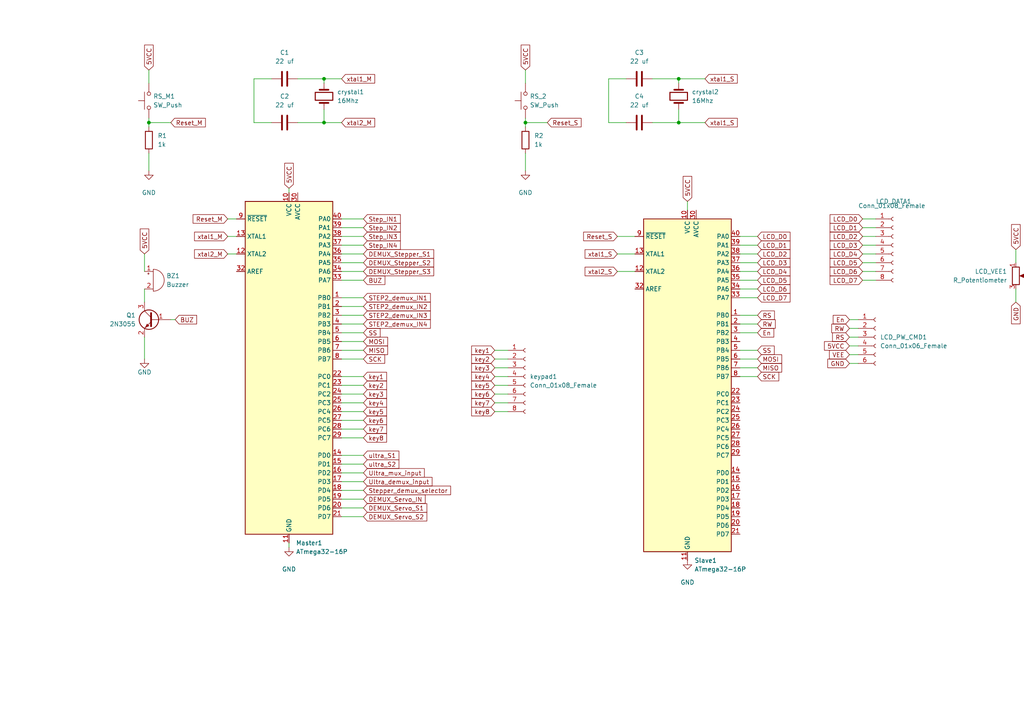
<source format=kicad_sch>
(kicad_sch (version 20211123) (generator eeschema)
  (paper "A4")
  (junction (at -114.3 486.41))
  (junction (at -119.38 54.61))
  (junction (at -33.02 196.85))
  (junction (at 96.52 -22.86))
  (junction (at 95.25 -15.24))
  (junction (at 152.4 35.56))
  (junction (at 436.88 212.09))
  (junction (at 443.23 143.51))
  (junction (at -113.03 556.26))
  (junction (at 344.17 207.01))
  (junction (at -114.3 54.61))
  (junction (at 93.98 35.56))
  (junction (at 196.85 22.86))
  (junction (at 344.17 199.39))
  (junction (at -111.76 486.41))
  (junction (at 196.85 35.56))
  (junction (at 160.02 -16.51))
  (junction (at -119.38 124.46))
  (junction (at -33.02 97.79))
  (junction (at -119.38 193.04))
  (junction (at -115.57 339.09))
  (junction (at -115.57 556.26))
  (junction (at -119.38 261.62))
  (junction (at -116.84 54.61))
  (junction (at 349.25 93.98))
  (junction (at 129.54 254))
  (junction (at -116.84 486.41))
  (junction (at -116.84 193.04))
  (junction (at 43.18 35.56))
  (junction (at -110.49 556.26))
  (junction (at -113.03 339.09))
  (junction (at -116.84 261.62))
  (junction (at 346.71 151.13))
  (junction (at 440.69 143.51))
  (junction (at -116.84 414.02))
  (junction (at 441.96 212.09))
  (junction (at -114.3 414.02))
  (junction (at -114.3 261.62))
  (junction (at -33.02 44.45))
  (junction (at -118.11 339.09))
  (junction (at 341.63 264.16))
  (junction (at 128.27 261.62))
  (junction (at -111.76 414.02))
  (junction (at -114.3 193.04))
  (junction (at 438.15 143.51))
  (junction (at 93.98 22.86))
  (junction (at 439.42 212.09))
  (junction (at -116.84 124.46))
  (junction (at -114.3 124.46))
  (junction (at -33.02 147.32))
  (wire (pts (xy 250.19 63.5) (xy 254 63.5)))
  (wire (pts (xy -44.45 26.67) (xy -43.18 26.67)))
  (wire (pts (xy -119.38 261.62) (xy -116.84 261.62)))
  (wire (pts (xy 78.74 22.86) (xy 73.66 22.86)))
  (wire (pts (xy -129.54 447.04) (xy -127 447.04)))
  (wire (pts (xy 127 233.68) (xy 129.54 233.68)))
  (wire (pts (xy 377.19 125.73) (xy 374.65 125.73)))
  (wire (pts (xy 427.99 129.54) (xy 424.18 129.54)))
  (wire (pts (xy -44.45 24.13) (xy -43.18 24.13)))
  (wire (pts (xy -33.02 115.57) (xy -33.02 116.84)))
  (wire (pts (xy 379.73 73.66) (xy 377.19 73.66)))
  (wire (pts (xy -163.83 397.51) (xy -160.02 397.51)))
  (wire (pts (xy 196.85 31.75) (xy 196.85 35.56)))
  (wire (pts (xy 66.04 68.58) (xy 68.58 68.58)))
  (wire (pts (xy -111.76 486.41) (xy -114.3 486.41)))
  (wire (pts (xy 152.4 35.56) (xy 158.75 35.56)))
  (wire (pts (xy 144.78 222.25) (xy 144.78 226.06)))
  (wire (pts (xy 179.07 78.74) (xy 184.15 78.74)))
  (wire (pts (xy 344.17 207.01) (xy 356.87 207.01)))
  (wire (pts (xy 96.52 -22.86) (xy 95.25 -22.86)))
  (wire (pts (xy 105.41 86.36) (xy 99.06 86.36)))
  (wire (pts (xy 208.28 265.43) (xy 210.82 265.43)))
  (wire (pts (xy 154.94 243.84) (xy 157.48 243.84)))
  (wire (pts (xy 189.23 22.86) (xy 196.85 22.86)))
  (wire (pts (xy 294.64 83.82) (xy 294.64 87.63)))
  (wire (pts (xy 105.41 127) (xy 99.06 127)))
  (wire (pts (xy -162.56 472.44) (xy -158.75 472.44)))
  (wire (pts (xy 73.66 22.86) (xy 73.66 35.56)))
  (wire (pts (xy 426.72 109.22) (xy 427.99 109.22)))
  (wire (pts (xy 501.65 185.42) (xy 504.19 185.42)))
  (wire (pts (xy 181.61 22.86) (xy 176.53 22.86)))
  (wire (pts (xy 359.41 227.33) (xy 359.41 228.6)))
  (wire (pts (xy 438.15 139.7) (xy 438.15 143.51)))
  (wire (pts (xy -22.86 77.47) (xy -25.4 77.47)))
  (wire (pts (xy 190.5 -36.83) (xy 187.96 -36.83)))
  (wire (pts (xy 93.98 -38.1) (xy 96.52 -38.1)))
  (wire (pts (xy -97.79 537.21) (xy -100.33 537.21)))
  (wire (pts (xy 199.39 58.42) (xy 199.39 60.96)))
  (wire (pts (xy -110.49 335.28) (xy -110.49 339.09)))
  (wire (pts (xy 426.72 104.14) (xy 427.99 104.14)))
  (wire (pts (xy -160.02 110.49) (xy -160.02 111.76)))
  (wire (pts (xy 455.93 104.14) (xy 453.39 104.14)))
  (wire (pts (xy -116.84 363.22) (xy -116.84 364.49)))
  (wire (pts (xy 179.07 68.58) (xy 184.15 68.58)))
  (wire (pts (xy -115.57 556.26) (xy -113.03 556.26)))
  (wire (pts (xy -158.75 400.05) (xy -158.75 401.32)))
  (wire (pts (xy -99.06 452.12) (xy -101.6 452.12)))
  (wire (pts (xy 138.43 -76.2) (xy 138.43 -73.66)))
  (wire (pts (xy 105.41 66.04) (xy 99.06 66.04)))
  (wire (pts (xy -22.86 72.39) (xy -25.4 72.39)))
  (wire (pts (xy 43.18 44.45) (xy 43.18 49.53)))
  (wire (pts (xy 105.41 116.84) (xy 99.06 116.84)))
  (wire (pts (xy -101.6 400.05) (xy -97.79 400.05)))
  (wire (pts (xy -44.45 82.55) (xy -43.18 82.55)))
  (wire (pts (xy 444.5 212.09) (xy 441.96 212.09)))
  (wire (pts (xy 339.09 179.07) (xy 346.71 179.07)))
  (wire (pts (xy -44.45 36.83) (xy -43.18 36.83)))
  (wire (pts (xy 214.63 81.28) (xy 219.71 81.28)))
  (wire (pts (xy -119.38 73.66) (xy -119.38 74.93)))
  (wire (pts (xy -109.22 410.21) (xy -109.22 414.02)))
  (wire (pts (xy -114.3 261.62) (xy -116.84 261.62)))
  (wire (pts (xy 453.39 187.96) (xy 452.12 187.96)))
  (wire (pts (xy -101.6 237.49) (xy -104.14 237.49)))
  (wire (pts (xy 168.91 -76.2) (xy 168.91 -73.66)))
  (wire (pts (xy 444.5 208.28) (xy 444.5 212.09)))
  (wire (pts (xy -44.45 179.07) (xy -43.18 179.07)))
  (wire (pts (xy 105.41 149.86) (xy 99.06 149.86)))
  (wire (pts (xy 455.93 124.46) (xy 453.39 124.46)))
  (wire (pts (xy 294.64 72.39) (xy 294.64 76.2)))
  (wire (pts (xy -44.45 129.54) (xy -43.18 129.54)))
  (wire (pts (xy -114.3 209.55) (xy -114.3 212.09)))
  (wire (pts (xy 443.23 143.51) (xy 440.69 143.51)))
  (wire (pts (xy 250.19 66.04) (xy 254 66.04)))
  (wire (pts (xy 128.27 254) (xy 128.27 261.62)))
  (wire (pts (xy 196.85 22.86) (xy 204.47 22.86)))
  (wire (pts (xy 105.41 76.2) (xy 99.06 76.2)))
  (wire (pts (xy 453.39 193.04) (xy 452.12 193.04)))
  (wire (pts (xy -44.45 186.69) (xy -43.18 186.69)))
  (wire (pts (xy 214.63 86.36) (xy 219.71 86.36)))
  (wire (pts (xy -104.14 110.49) (xy -100.33 110.49)))
  (wire (pts (xy 43.18 35.56) (xy 49.53 35.56)))
  (wire (pts (xy 364.49 96.52) (xy 364.49 93.98)))
  (wire (pts (xy 246.38 105.41) (xy 248.92 105.41)))
  (wire (pts (xy 190.5 -39.37) (xy 187.96 -39.37)))
  (wire (pts (xy 43.18 20.32) (xy 43.18 24.13)))
  (wire (pts (xy 246.38 97.79) (xy 248.92 97.79)))
  (wire (pts (xy -158.75 181.61) (xy -158.75 182.88)))
  (wire (pts (xy -35.56 41.91) (xy -35.56 44.45)))
  (wire (pts (xy -33.02 99.06) (xy -33.02 97.79)))
  (wire (pts (xy -111.76 193.04) (xy -114.3 193.04)))
  (wire (pts (xy -111.76 434.34) (xy -111.76 436.88)))
  (wire (pts (xy 349.25 63.5) (xy 351.79 63.5)))
  (wire (pts (xy -33.02 147.32) (xy -33.02 144.78)))
  (wire (pts (xy 97.79 -22.86) (xy 96.52 -22.86)))
  (wire (pts (xy -111.76 410.21) (xy -111.76 414.02)))
  (wire (pts (xy 179.07 73.66) (xy 184.15 73.66)))
  (wire (pts (xy 214.63 93.98) (xy 219.71 93.98)))
  (wire (pts (xy -35.56 144.78) (xy -35.56 147.32)))
  (wire (pts (xy -107.95 556.26) (xy -110.49 556.26)))
  (wire (pts (xy -35.56 147.32) (xy -33.02 147.32)))
  (wire (pts (xy 130.81 254) (xy 129.54 254)))
  (wire (pts (xy -130.81 299.72) (xy -128.27 299.72)))
  (wire (pts (xy 50.8 92.71) (xy 49.53 92.71)))
  (wire (pts (xy -132.08 90.17) (xy -129.54 90.17)))
  (wire (pts (xy 127 238.76) (xy 129.54 238.76)))
  (wire (pts (xy -44.45 181.61) (xy -43.18 181.61)))
  (wire (pts (xy 381 -41.91) (xy 387.35 -41.91)))
  (wire (pts (xy 166.37 -76.2) (xy 166.37 -73.66)))
  (wire (pts (xy -44.45 134.62) (xy -43.18 134.62)))
  (wire (pts (xy 214.63 71.12) (xy 219.71 71.12)))
  (wire (pts (xy -121.92 54.61) (xy -119.38 54.61)))
  (wire (pts (xy 374.65 184.15) (xy 372.11 184.15)))
  (wire (pts (xy 436.88 212.09) (xy 439.42 212.09)))
  (wire (pts (xy 356.87 266.7) (xy 356.87 264.16)))
  (wire (pts (xy -121.92 261.62) (xy -119.38 261.62)))
  (wire (pts (xy -33.02 44.45) (xy -33.02 41.91)))
  (wire (pts (xy -104.14 179.07) (xy -100.33 179.07)))
  (wire (pts (xy -33.02 148.59) (xy -33.02 147.32)))
  (wire (pts (xy -165.1 41.91) (xy -160.02 41.91)))
  (wire (pts (xy -111.76 482.6) (xy -111.76 486.41)))
  (wire (pts (xy 214.63 104.14) (xy 219.71 104.14)))
  (wire (pts (xy -132.08 173.99) (xy -129.54 173.99)))
  (wire (pts (xy -130.81 30.48) (xy -129.54 30.48)))
  (wire (pts (xy -44.45 74.93) (xy -43.18 74.93)))
  (wire (pts (xy -110.49 504.19) (xy -110.49 506.73)))
  (wire (pts (xy 105.41 147.32) (xy 99.06 147.32)))
  (wire (pts (xy -101.6 100.33) (xy -104.14 100.33)))
  (wire (pts (xy 161.29 -76.2) (xy 161.29 -73.66)))
  (wire (pts (xy -132.08 227.33) (xy -129.54 227.33)))
  (wire (pts (xy 436.88 208.28) (xy 436.88 212.09)))
  (wire (pts (xy 105.41 114.3) (xy 99.06 114.3)))
  (wire (pts (xy 41.91 97.79) (xy 41.91 104.14)))
  (wire (pts (xy 133.35 -76.2) (xy 133.35 -73.66)))
  (wire (pts (xy 143.51 101.6) (xy 147.32 101.6)))
  (wire (pts (xy 344.17 176.53) (xy 346.71 176.53)))
  (wire (pts (xy -132.08 105.41) (xy -129.54 105.41)))
  (wire (pts (xy 504.19 198.12) (xy 500.38 198.12)))
  (wire (pts (xy -100.33 304.8) (xy -102.87 304.8)))
  (wire (pts (xy -119.38 124.46) (xy -116.84 124.46)))
  (wire (pts (xy -118.11 556.26) (xy -115.57 556.26)))
  (wire (pts (xy 95.25 -15.24) (xy 106.68 -15.24)))
  (wire (pts (xy -33.02 198.12) (xy -33.02 196.85)))
  (wire (pts (xy -114.3 193.04) (xy -116.84 193.04)))
  (wire (pts (xy 143.51 109.22) (xy 147.32 109.22)))
  (wire (pts (xy -111.76 54.61) (xy -114.3 54.61)))
  (wire (pts (xy 128.27 261.62) (xy 139.7 261.62)))
  (wire (pts (xy 344.17 256.54) (xy 341.63 256.54)))
  (wire (pts (xy 208.28 250.19) (xy 210.82 250.19)))
  (wire (pts (xy 441.96 208.28) (xy 441.96 212.09)))
  (wire (pts (xy -132.08 153.67) (xy -129.54 153.67)))
  (wire (pts (xy 361.95 170.18) (xy 361.95 171.45)))
  (wire (pts (xy 250.19 73.66) (xy 254 73.66)))
  (wire (pts (xy 383.54 -39.37) (xy 383.54 -38.1)))
  (wire (pts (xy -104.14 25.4) (xy -99.06 25.4)))
  (wire (pts (xy -111.76 124.46) (xy -114.3 124.46)))
  (wire (pts (xy -114.3 140.97) (xy -114.3 143.51)))
  (wire (pts (xy 426.72 198.12) (xy 419.1 198.12)))
  (wire (pts (xy -35.56 97.79) (xy -33.02 97.79)))
  (wire (pts (xy -101.6 105.41) (xy -104.14 105.41)))
  (wire (pts (xy -165.1 39.37) (xy -161.29 39.37)))
  (wire (pts (xy 501.65 177.8) (xy 504.19 177.8)))
  (wire (pts (xy 214.63 109.22) (xy 219.71 109.22)))
  (wire (pts (xy 344.17 184.15) (xy 346.71 184.15)))
  (wire (pts (xy -130.81 304.8) (xy -128.27 304.8)))
  (wire (pts (xy -158.75 326.39) (xy -158.75 327.66)))
  (wire (pts (xy 341.63 233.68) (xy 344.17 233.68)))
  (wire (pts (xy 349.25 93.98) (xy 361.95 93.98)))
  (wire (pts (xy 158.75 -76.2) (xy 158.75 -73.66)))
  (wire (pts (xy -157.48 544.83) (xy -157.48 546.1)))
  (wire (pts (xy 208.28 255.27) (xy 210.82 255.27)))
  (wire (pts (xy 445.77 143.51) (xy 443.23 143.51)))
  (wire (pts (xy 93.98 35.56) (xy 99.06 35.56)))
  (wire (pts (xy 438.15 143.51) (xy 440.69 143.51)))
  (wire (pts (xy -22.86 147.32) (xy -22.86 137.16)))
  (wire (pts (xy -118.11 288.29) (xy -118.11 289.56)))
  (wire (pts (xy 246.38 100.33) (xy 248.92 100.33)))
  (wire (pts (xy 43.18 34.29) (xy 43.18 35.56)))
  (wire (pts (xy -129.54 462.28) (xy -127 462.28)))
  (wire (pts (xy 346.71 151.13) (xy 359.41 151.13)))
  (wire (pts (xy -121.92 189.23) (xy -121.92 193.04)))
  (wire (pts (xy 246.38 95.25) (xy 248.92 95.25)))
  (wire (pts (xy 372.11 243.84) (xy 369.57 243.84)))
  (wire (pts (xy -101.6 173.99) (xy -104.14 173.99)))
  (wire (pts (xy -44.45 189.23) (xy -43.18 189.23)))
  (wire (pts (xy 83.82 158.75) (xy 83.82 157.48)))
  (wire (pts (xy 504.19 128.27) (xy 500.38 128.27)))
  (wire (pts (xy -22.86 129.54) (xy -25.4 129.54)))
  (wire (pts (xy 109.22 -15.24) (xy 109.22 -13.97)))
  (wire (pts (xy -22.86 196.85) (xy -22.86 186.69)))
  (wire (pts (xy 105.41 109.22) (xy 99.06 109.22)))
  (wire (pts (xy -119.38 189.23) (xy -119.38 193.04)))
  (wire (pts (xy 93.98 35.56) (xy 86.36 35.56)))
  (wire (pts (xy -44.45 139.7) (xy -43.18 139.7)))
  (wire (pts (xy -44.45 19.05) (xy -43.18 19.05)))
  (wire (pts (xy 453.39 172.72) (xy 452.12 172.72)))
  (wire (pts (xy 176.53 22.86) (xy 176.53 35.56)))
  (wire (pts (xy -114.3 257.81) (xy -114.3 261.62)))
  (wire (pts (xy -160.02 248.92) (xy -160.02 250.19)))
  (wire (pts (xy 208.28 262.89) (xy 210.82 262.89)))
  (wire (pts (xy 208.28 257.81) (xy 210.82 257.81)))
  (wire (pts (xy -132.08 158.75) (xy -129.54 158.75)))
  (wire (pts (xy 160.02 -24.13) (xy 160.02 -16.51)))
  (wire (pts (xy 208.28 245.11) (xy 210.82 245.11)))
  (wire (pts (xy -100.33 299.72) (xy -102.87 299.72)))
  (wire (pts (xy 374.65 186.69) (xy 372.11 186.69)))
  (wire (pts (xy 93.98 22.86) (xy 99.06 22.86)))
  (wire (pts (xy 105.41 63.5) (xy 99.06 63.5)))
  (wire (pts (xy 425.45 177.8) (xy 426.72 177.8)))
  (wire (pts (xy -119.38 193.04) (xy -116.84 193.04)))
  (wire (pts (xy -114.3 72.39) (xy -114.3 74.93)))
  (wire (pts (xy 105.41 137.16) (xy 99.06 137.16)))
  (wire (pts (xy -163.83 181.61) (xy -158.75 181.61)))
  (wire (pts (xy 105.41 111.76) (xy 99.06 111.76)))
  (wire (pts (xy 208.28 237.49) (xy 210.82 237.49)))
  (wire (pts (xy 504.19 200.66) (xy 499.11 200.66)))
  (wire (pts (xy 124.46 -40.64) (xy 121.92 -40.64)))
  (wire (pts (xy -111.76 261.62) (xy -114.3 261.62)))
  (wire (pts (xy -113.03 335.28) (xy -113.03 339.09)))
  (wire (pts (xy -101.6 457.2) (xy -96.52 457.2)))
  (wire (pts (xy -22.86 44.45) (xy -22.86 34.29)))
  (wire (pts (xy 143.51 104.14) (xy 147.32 104.14)))
  (wire (pts (xy -44.45 124.46) (xy -43.18 124.46)))
  (wire (pts (xy -109.22 482.6) (xy -109.22 486.41)))
  (wire (pts (xy -130.81 314.96) (xy -128.27 314.96)))
  (wire (pts (xy 438.15 91.44) (xy 438.15 93.98)))
  (wire (pts (xy 66.04 63.5) (xy 68.58 63.5)))
  (wire (pts (xy 445.77 139.7) (xy 445.77 143.51)))
  (wire (pts (xy -35.56 194.31) (xy -35.56 196.85)))
  (wire (pts (xy 250.19 71.12) (xy 254 71.12)))
  (wire (pts (xy -44.45 184.15) (xy -43.18 184.15)))
  (wire (pts (xy 214.63 101.6) (xy 219.71 101.6)))
  (wire (pts (xy 105.41 91.44) (xy 99.06 91.44)))
  (wire (pts (xy -110.49 339.09) (xy -113.03 339.09)))
  (wire (pts (xy 160.02 -46.99) (xy 162.56 -46.99)))
  (wire (pts (xy -129.54 379.73) (xy -127 379.73)))
  (wire (pts (xy 364.49 114.3) (xy 364.49 115.57)))
  (wire (pts (xy 176.53 35.56) (xy 181.61 35.56)))
  (wire (pts (xy -33.02 147.32) (xy -22.86 147.32)))
  (wire (pts (xy 152.4 34.29) (xy 152.4 35.56)))
  (wire (pts (xy -163.83 326.39) (xy -158.75 326.39)))
  (wire (pts (xy 367.03 57.15) (xy 367.03 58.42)))
  (wire (pts (xy 105.41 134.62) (xy 99.06 134.62)))
  (wire (pts (xy -132.08 237.49) (xy -129.54 237.49)))
  (wire (pts (xy 379.73 68.58) (xy 377.19 68.58)))
  (wire (pts (xy 214.63 91.44) (xy 219.71 91.44)))
  (wire (pts (xy 427.99 114.3) (xy 424.18 114.3)))
  (wire (pts (xy -44.45 137.16) (xy -43.18 137.16)))
  (wire (pts (xy 93.98 22.86) (xy 93.98 24.13)))
  (wire (pts (xy -22.86 176.53) (xy -25.4 176.53)))
  (wire (pts (xy -100.33 314.96) (xy -102.87 314.96)))
  (wire (pts (xy 105.41 142.24) (xy 99.06 142.24)))
  (wire (pts (xy 105.41 124.46) (xy 99.06 124.46)))
  (wire (pts (xy -44.45 127) (xy -43.18 127)))
  (wire (pts (xy 196.85 22.86) (xy 196.85 24.13)))
  (wire (pts (xy 214.63 76.2) (xy 219.71 76.2)))
  (wire (pts (xy 501.65 182.88) (xy 504.19 182.88)))
  (wire (pts (xy -44.45 87.63) (xy -43.18 87.63)))
  (wire (pts (xy -121.92 257.81) (xy -121.92 261.62)))
  (wire (pts (xy -119.38 142.24) (xy -119.38 143.51)))
  (wire (pts (xy 435.61 143.51) (xy 438.15 143.51)))
  (wire (pts (xy -102.87 309.88) (xy -97.79 309.88)))
  (wire (pts (xy 250.19 68.58) (xy 254 68.58)))
  (wire (pts (xy 208.28 247.65) (xy 210.82 247.65)))
  (wire (pts (xy -116.84 414.02) (xy -114.3 414.02)))
  (wire (pts (xy 152.4 44.45) (xy 152.4 49.53)))
  (wire (pts (xy 425.45 193.04) (xy 426.72 193.04)))
  (wire (pts (xy -129.54 452.12) (xy -127 452.12)))
  (wire (pts (xy -99.06 394.97) (xy -101.6 394.97)))
  (wire (pts (xy 163.83 -76.2) (xy 163.83 -73.66)))
  (wire (pts (xy 196.85 35.56) (xy 204.47 35.56)))
  (wire (pts (xy 105.41 121.92) (xy 99.06 121.92)))
  (wire (pts (xy 359.41 209.55) (xy 359.41 207.01)))
  (wire (pts (xy -99.06 462.28) (xy -101.6 462.28)))
  (wire (pts (xy -121.92 120.65) (xy -121.92 124.46)))
  (wire (pts (xy -130.81 15.24) (xy -129.54 15.24)))
  (wire (pts (xy 344.17 196.85) (xy 344.17 199.39)))
  (wire (pts (xy -44.45 176.53) (xy -43.18 176.53)))
  (wire (pts (xy 86.36 22.86) (xy 93.98 22.86)))
  (wire (pts (xy -101.6 168.91) (xy -104.14 168.91)))
  (wire (pts (xy 455.93 109.22) (xy 453.39 109.22)))
  (wire (pts (xy 208.28 240.03) (xy 210.82 240.03)))
  (wire (pts (xy -119.38 50.8) (xy -119.38 54.61)))
  (wire (pts (xy -99.06 389.89) (xy -101.6 389.89)))
  (wire (pts (xy -116.84 410.21) (xy -116.84 414.02)))
  (wire (pts (xy 190.5 -41.91) (xy 187.96 -41.91)))
  (wire (pts (xy -114.3 54.61) (xy -116.84 54.61)))
  (wire (pts (xy -165.1 110.49) (xy -160.02 110.49)))
  (wire (pts (xy 453.39 177.8) (xy 452.12 177.8)))
  (wire (pts (xy 214.63 106.68) (xy 219.71 106.68)))
  (wire (pts (xy -104.14 95.25) (xy -99.06 95.25)))
  (wire (pts (xy 341.63 264.16) (xy 354.33 264.16)))
  (wire (pts (xy 214.63 78.74) (xy 219.71 78.74)))
  (wire (pts (xy 344.17 199.39) (xy 344.17 207.01)))
  (wire (pts (xy 361.95 153.67) (xy 361.95 151.13)))
  (wire (pts (xy -101.6 158.75) (xy -104.14 158.75)))
  (wire (pts (xy -102.87 325.12) (xy -99.06 325.12)))
  (wire (pts (xy 157.48 241.3) (xy 154.94 241.3)))
  (wire (pts (xy 177.8 -53.34) (xy 177.8 -52.07)))
  (wire (pts (xy -104.14 163.83) (xy -99.06 163.83)))
  (wire (pts (xy 372.11 241.3) (xy 369.57 241.3)))
  (wire (pts (xy -101.6 242.57) (xy -104.14 242.57)))
  (wire (pts (xy -33.02 196.85) (xy -22.86 196.85)))
  (wire (pts (xy -116.84 482.6) (xy -116.84 486.41)))
  (wire (pts (xy -101.6 15.24) (xy -104.14 15.24)))
  (wire (pts (xy -33.02 66.04) (xy -33.02 67.31)))
  (wire (pts (xy 341.63 256.54) (xy 341.63 264.16)))
  (wire (pts (xy -104.14 232.41) (xy -99.06 232.41)))
  (wire (pts (xy -100.33 542.29) (xy -96.52 542.29)))
  (wire (pts (xy 382.27 -21.59) (xy 382.27 -20.32)))
  (wire (pts (xy -44.45 77.47) (xy -43.18 77.47)))
  (wire (pts (xy -119.38 210.82) (xy -119.38 212.09)))
  (wire (pts (xy -119.38 486.41) (xy -116.84 486.41)))
  (wire (pts (xy 214.63 68.58) (xy 219.71 68.58)))
  (wire (pts (xy -109.22 486.41) (xy -111.76 486.41)))
  (wire (pts (xy -22.86 137.16) (xy -25.4 137.16)))
  (wire (pts (xy -22.86 171.45) (xy -25.4 171.45)))
  (wire (pts (xy -44.45 72.39) (xy -43.18 72.39)))
  (wire (pts (xy -111.76 120.65) (xy -111.76 124.46)))
  (wire (pts (xy -22.86 179.07) (xy -25.4 179.07)))
  (wire (pts (xy 208.28 252.73) (xy 210.82 252.73)))
  (wire (pts (xy -22.86 181.61) (xy -25.4 181.61)))
  (wire (pts (xy -130.81 320.04) (xy -128.27 320.04)))
  (wire (pts (xy -33.02 97.79) (xy -33.02 95.25)))
  (wire (pts (xy -33.02 12.7) (xy -33.02 13.97)))
  (wire (pts (xy 443.23 92.71) (xy 443.23 93.98)))
  (wire (pts (xy -115.57 505.46) (xy -115.57 506.73)))
  (wire (pts (xy -163.83 400.05) (xy -158.75 400.05)))
  (wire (pts (xy -129.54 389.89) (xy -127 389.89)))
  (wire (pts (xy -109.22 414.02) (xy -111.76 414.02)))
  (wire (pts (xy -99.06 447.04) (xy -101.6 447.04)))
  (wire (pts (xy 349.25 71.12) (xy 351.79 71.12)))
  (wire (pts (xy 105.41 96.52) (xy 99.06 96.52)))
  (wire (pts (xy -128.27 521.97) (xy -125.73 521.97)))
  (wire (pts (xy -100.33 527.05) (xy -95.25 527.05)))
  (wire (pts (xy 143.51 -76.2) (xy 143.51 -73.66)))
  (wire (pts (xy -129.54 467.36) (xy -127 467.36)))
  (wire (pts (xy 501.65 180.34) (xy 504.19 180.34)))
  (wire (pts (xy -111.76 50.8) (xy -111.76 54.61)))
  (wire (pts (xy 171.45 -76.2) (xy 171.45 -73.66)))
  (wire (pts (xy 143.51 111.76) (xy 147.32 111.76)))
  (wire (pts (xy -132.08 222.25) (xy -129.54 222.25)))
  (wire (pts (xy -114.3 2.54) (xy -114.3 5.08)))
  (wire (pts (xy 504.19 130.81) (xy 499.11 130.81)))
  (wire (pts (xy 93.98 31.75) (xy 93.98 35.56)))
  (wire (pts (xy -163.83 179.07) (xy -160.02 179.07)))
  (wire (pts (xy 157.48 236.22) (xy 154.94 236.22)))
  (wire (pts (xy -100.33 320.04) (xy -102.87 320.04)))
  (wire (pts (xy -119.38 410.21) (xy -119.38 414.02)))
  (wire (pts (xy 379.73 71.12) (xy 377.19 71.12)))
  (wire (pts (xy -118.11 335.28) (xy -118.11 339.09)))
  (wire (pts (xy -114.3 120.65) (xy -114.3 124.46)))
  (wire (pts (xy 499.11 130.81) (xy 499.11 132.08)))
  (wire (pts (xy -132.08 242.57) (xy -129.54 242.57)))
  (wire (pts (xy 351.79 86.36) (xy 349.25 86.36)))
  (wire (pts (xy -120.65 335.28) (xy -120.65 339.09)))
  (wire (pts (xy -132.08 100.33) (xy -129.54 100.33)))
  (wire (pts (xy 426.72 182.88) (xy 419.1 182.88)))
  (wire (pts (xy -160.02 41.91) (xy -160.02 43.18)))
  (wire (pts (xy -101.6 472.44) (xy -97.79 472.44)))
  (wire (pts (xy -111.76 414.02) (xy -114.3 414.02)))
  (wire (pts (xy 105.41 68.58) (xy 99.06 68.58)))
  (wire (pts (xy -33.02 45.72) (xy -33.02 44.45)))
  (wire (pts (xy 105.41 139.7) (xy 99.06 139.7)))
  (wire (pts (xy 73.66 35.56) (xy 78.74 35.56)))
  (wire (pts (xy 250.19 76.2) (xy 254 76.2)))
  (wire (pts (xy 143.51 114.3) (xy 147.32 114.3)))
  (wire (pts (xy -97.79 532.13) (xy -100.33 532.13)))
  (wire (pts (xy -128.27 516.89) (xy -125.73 516.89)))
  (wire (pts (xy 160.02 -39.37) (xy 162.56 -39.37)))
  (wire (pts (xy -113.03 339.09) (xy -115.57 339.09)))
  (wire (pts (xy 434.34 208.28) (xy 434.34 212.09)))
  (wire (pts (xy 250.19 81.28) (xy 254 81.28)))
  (wire (pts (xy -157.48 474.98) (xy -157.48 476.25)))
  (wire (pts (xy 387.35 -39.37) (xy 383.54 -39.37)))
  (wire (pts (xy 346.71 143.51) (xy 346.71 151.13)))
  (wire (pts (xy -165.1 107.95) (xy -161.29 107.95)))
  (wire (pts (xy 425.45 172.72) (xy 426.72 172.72)))
  (wire (pts (xy -22.86 97.79) (xy -22.86 87.63)))
  (wire (pts (xy 66.04 73.66) (xy 68.58 73.66)))
  (wire (pts (xy -101.6 85.09) (xy -104.14 85.09)))
  (wire (pts (xy -119.38 54.61) (xy -116.84 54.61)))
  (wire (pts (xy -118.11 552.45) (xy -118.11 556.26)))
  (wire (pts (xy -113.03 287.02) (xy -113.03 289.56)))
  (wire (pts (xy -97.79 516.89) (xy -100.33 516.89)))
  (wire (pts (xy -119.38 482.6) (xy -119.38 486.41)))
  (wire (pts (xy 127 231.14) (xy 129.54 231.14)))
  (wire (pts (xy -111.76 361.95) (xy -111.76 364.49)))
  (wire (pts (xy -120.65 339.09) (xy -118.11 339.09)))
  (wire (pts (xy -119.38 257.81) (xy -119.38 261.62)))
  (wire (pts (xy 105.41 78.74) (xy 99.06 78.74)))
  (wire (pts (xy 93.98 -43.18) (xy 96.52 -43.18)))
  (wire (pts (xy -110.49 552.45) (xy -110.49 556.26)))
  (wire (pts (xy 346.71 120.65) (xy 349.25 120.65)))
  (wire (pts (xy 382.27 -24.13) (xy 386.08 -24.13)))
  (wire (pts (xy -99.06 379.73) (xy -101.6 379.73)))
  (wire (pts (xy -130.81 20.32) (xy -129.54 20.32)))
  (wire (pts (xy 124.46 -38.1) (xy 121.92 -38.1)))
  (wire (pts (xy 443.23 139.7) (xy 443.23 143.51)))
  (wire (pts (xy 43.18 35.56) (xy 43.18 36.83)))
  (wire (pts (xy -163.83 323.85) (xy -160.02 323.85)))
  (wire (pts (xy -101.6 90.17) (xy -104.14 90.17)))
  (wire (pts (xy 426.72 124.46) (xy 427.99 124.46)))
  (wire (pts (xy 344.17 66.04) (xy 351.79 66.04)))
  (wire (pts (xy 105.41 99.06) (xy 99.06 99.06)))
  (wire (pts (xy 201.93 276.86) (xy 201.93 280.67)))
  (wire (pts (xy 441.96 161.29) (xy 441.96 162.56)))
  (wire (pts (xy 157.48 238.76) (xy 154.94 238.76)))
  (wire (pts (xy -128.27 537.21) (xy -125.73 537.21)))
  (wire (pts (xy -116.84 435.61) (xy -116.84 436.88)))
  (wire (pts (xy -101.6 35.56) (xy -104.14 35.56)))
  (wire (pts (xy 455.93 119.38) (xy 453.39 119.38)))
  (wire (pts (xy -35.56 196.85) (xy -33.02 196.85)))
  (wire (pts (xy -121.92 50.8) (xy -121.92 54.61)))
  (wire (pts (xy 95.25 -22.86) (xy 95.25 -15.24)))
  (wire (pts (xy 208.28 242.57) (xy 210.82 242.57)))
  (wire (pts (xy 105.41 73.66) (xy 99.06 73.66)))
  (wire (pts (xy -22.86 19.05) (xy -25.4 19.05)))
  (wire (pts (xy -22.86 82.55) (xy -25.4 82.55)))
  (wire (pts (xy -33.02 196.85) (xy -33.02 194.31)))
  (wire (pts (xy -22.86 24.13) (xy -25.4 24.13)))
  (wire (pts (xy -44.45 80.01) (xy -43.18 80.01)))
  (wire (pts (xy -97.79 521.97) (xy -100.33 521.97)))
  (wire (pts (xy -22.86 29.21) (xy -25.4 29.21)))
  (wire (pts (xy -21.59 121.92) (xy -25.4 121.92)))
  (wire (pts (xy -99.06 374.65) (xy -101.6 374.65)))
  (wire (pts (xy 105.41 104.14) (xy 99.06 104.14)))
  (wire (pts (xy -33.02 97.79) (xy -22.86 97.79)))
  (wire (pts (xy 346.71 196.85) (xy 344.17 196.85)))
  (wire (pts (xy 105.41 88.9) (xy 99.06 88.9)))
  (wire (pts (xy -22.86 80.01) (xy -25.4 80.01)))
  (wire (pts (xy 208.28 260.35) (xy 210.82 260.35)))
  (wire (pts (xy 143.51 119.38) (xy 147.32 119.38)))
  (wire (pts (xy 250.19 78.74) (xy 254 78.74)))
  (wire (pts (xy 140.97 -76.2) (xy 140.97 -73.66)))
  (wire (pts (xy 214.63 96.52) (xy 219.71 96.52)))
  (wire (pts (xy 143.51 116.84) (xy 147.32 116.84)))
  (wire (pts (xy 246.38 102.87) (xy 248.92 102.87)))
  (wire (pts (xy -132.08 168.91) (xy -129.54 168.91)))
  (wire (pts (xy -22.86 186.69) (xy -25.4 186.69)))
  (wire (pts (xy 105.41 81.28) (xy 99.06 81.28)))
  (wire (pts (xy -111.76 189.23) (xy -111.76 193.04)))
  (wire (pts (xy -44.45 121.92) (xy -43.18 121.92)))
  (wire (pts (xy 160.02 -44.45) (xy 162.56 -44.45)))
  (wire (pts (xy -35.56 44.45) (xy -33.02 44.45)))
  (wire (pts (xy 41.91 83.82) (xy 41.91 87.63)))
  (wire (pts (xy -22.86 34.29) (xy -25.4 34.29)))
  (wire (pts (xy -162.56 474.98) (xy -157.48 474.98)))
  (wire (pts (xy -107.95 552.45) (xy -107.95 556.26)))
  (wire (pts (xy -111.76 257.81) (xy -111.76 261.62)))
  (wire (pts (xy 374.65 181.61) (xy 372.11 181.61)))
  (wire (pts (xy -119.38 414.02) (xy -116.84 414.02)))
  (wire (pts (xy -44.45 34.29) (xy -43.18 34.29)))
  (wire (pts (xy -165.1 248.92) (xy -160.02 248.92)))
  (wire (pts (xy -44.45 90.17) (xy -43.18 90.17)))
  (wire (pts (xy -132.08 85.09) (xy -129.54 85.09)))
  (wire (pts (xy -162.56 542.29) (xy -158.75 542.29)))
  (wire (pts (xy 346.71 128.27) (xy 349.25 128.27)))
  (wire (pts (xy 105.41 132.08) (xy 99.06 132.08)))
  (wire (pts (xy 162.56 -24.13) (xy 160.02 -24.13)))
  (wire (pts (xy 341.63 241.3) (xy 344.17 241.3)))
  (wire (pts (xy 41.91 73.66) (xy 41.91 78.74)))
  (wire (pts (xy -33.02 44.45) (xy -22.86 44.45)))
  (wire (pts (xy 386.08 -21.59) (xy 382.27 -21.59)))
  (wire (pts (xy 434.34 212.09) (xy 436.88 212.09)))
  (wire (pts (xy 377.19 130.81) (xy 374.65 130.81)))
  (wire (pts (xy -44.45 29.21) (xy -43.18 29.21)))
  (wire (pts (xy -22.86 87.63) (xy -25.4 87.63)))
  (wire (pts (xy 246.38 92.71) (xy 248.92 92.71)))
  (wire (pts (xy 435.61 139.7) (xy 435.61 143.51)))
  (wire (pts (xy -162.56 544.83) (xy -157.48 544.83)))
  (wire (pts (xy 152.4 35.56) (xy 152.4 36.83)))
  (wire (pts (xy -114.3 50.8) (xy -114.3 54.61)))
  (wire (pts (xy -22.86 127) (xy -25.4 127)))
  (wire (pts (xy 196.85 35.56) (xy 189.23 35.56)))
  (wire (pts (xy 146.05 -76.2) (xy 146.05 -73.66)))
  (wire (pts (xy -101.6 30.48) (xy -104.14 30.48)))
  (wire (pts (xy -22.86 132.08) (xy -25.4 132.08)))
  (wire (pts (xy 105.41 93.98) (xy 99.06 93.98)))
  (wire (pts (xy 105.41 144.78) (xy 99.06 144.78)))
  (wire (pts (xy -35.56 95.25) (xy -35.56 97.79)))
  (wire (pts (xy 349.25 86.36) (xy 349.25 93.98)))
  (wire (pts (xy 499.11 200.66) (xy 499.11 201.93)))
  (wire (pts (xy 214.63 73.66) (xy 219.71 73.66)))
  (wire (pts (xy 349.25 143.51) (xy 346.71 143.51)))
  (wire (pts (xy -44.45 31.75) (xy -43.18 31.75)))
  (wire (pts (xy -44.45 21.59) (xy -43.18 21.59)))
  (wire (pts (xy -44.45 171.45) (xy -43.18 171.45)))
  (wire (pts (xy -130.81 35.56) (xy -129.54 35.56)))
  (wire (pts (xy -101.6 384.81) (xy -96.52 384.81)))
  (wire (pts (xy -44.45 85.09) (xy -43.18 85.09)))
  (wire (pts (xy 143.51 106.68) (xy 147.32 106.68)))
  (wire (pts (xy 124.46 -35.56) (xy 121.92 -35.56)))
  (wire (pts (xy 152.4 20.32) (xy 152.4 24.13)))
  (wire (pts (xy 105.41 71.12) (xy 99.06 71.12)))
  (wire (pts (xy 214.63 83.82) (xy 219.71 83.82)))
  (wire (pts (xy 436.88 160.02) (xy 436.88 162.56)))
  (wire (pts (xy -119.38 120.65) (xy -119.38 124.46)))
  (wire (pts (xy -44.45 132.08) (xy -43.18 132.08)))
  (wire (pts (xy 93.98 -45.72) (xy 96.52 -45.72)))
  (wire (pts (xy -114.3 124.46) (xy -116.84 124.46)))
  (wire (pts (xy 377.19 128.27) (xy 374.65 128.27)))
  (wire (pts (xy -101.6 222.25) (xy -104.14 222.25)))
  (wire (pts (xy 83.82 54.61) (xy 83.82 55.88)))
  (wire (pts (xy 372.11 238.76) (xy 369.57 238.76)))
  (wire (pts (xy -116.84 486.41) (xy -114.3 486.41)))
  (wire (pts (xy -129.54 394.97) (xy -127 394.97)))
  (wire (pts (xy -22.86 26.67) (xy -25.4 26.67)))
  (wire (pts (xy -99.06 467.36) (xy -101.6 467.36)))
  (wire (pts (xy 441.96 212.09) (xy 439.42 212.09)))
  (wire (pts (xy -128.27 532.13) (xy -125.73 532.13)))
  (wire (pts (xy -119.38 3.81) (xy -119.38 5.08)))
  (wire (pts (xy -165.1 246.38) (xy -161.29 246.38)))
  (wire (pts (xy 105.41 119.38) (xy 99.06 119.38)))
  (wire (pts (xy -115.57 552.45) (xy -115.57 556.26)))
  (wire (pts (xy 105.41 101.6) (xy 99.06 101.6)))
  (wire (pts (xy 426.72 119.38) (xy 427.99 119.38)))
  (wire (pts (xy 175.26 -13.97) (xy 175.26 -16.51)))
  (wire (pts (xy 129.54 254) (xy 128.27 254)))
  (wire (pts (xy -118.11 339.09) (xy -115.57 339.09)))
  (wire (pts (xy 425.45 187.96) (xy 426.72 187.96)))
  (wire (pts (xy -110.49 556.26) (xy -113.03 556.26)))
  (wire (pts (xy -104.14 247.65) (xy -100.33 247.65)))
  (wire (pts (xy 346.71 199.39) (xy 344.17 199.39)))
  (wire (pts (xy 341.63 123.19) (xy 349.25 123.19)))
  (wire (pts (xy -101.6 20.32) (xy -104.14 20.32)))
  (wire (pts (xy -114.3 189.23) (xy -114.3 193.04)))
  (wire (pts (xy -121.92 124.46) (xy -119.38 124.46)))
  (wire (pts (xy 135.89 -76.2) (xy 135.89 -73.66)))
  (wire (pts (xy 205.74 276.86) (xy 201.93 276.86)))
  (wire (pts (xy -44.45 173.99) (xy -43.18 173.99)))
  (wire (pts (xy -101.6 227.33) (xy -104.14 227.33)))
  (wire (pts (xy -104.14 40.64) (xy -100.33 40.64)))
  (wire (pts (xy -33.02 165.1) (xy -33.02 166.37)))
  (wire (pts (xy 160.02 -16.51) (xy 172.72 -16.51)))
  (wire (pts (xy 142.24 261.62) (xy 142.24 262.89)))
  (wire (pts (xy 111.76 -54.61) (xy 111.76 -50.8)))
  (wire (pts (xy -121.92 193.04) (xy -119.38 193.04)))
  (wire (pts (xy 336.55 236.22) (xy 344.17 236.22)))
  (wire (pts (xy -101.6 153.67) (xy -104.14 153.67)))
  (wire (pts (xy -129.54 374.65) (xy -127 374.65)))
  (global_label "Tape1_out2" (shape input) (at -165.1 232.41 0) (property "Intersheet References" "${INTERSHEET_REFS}" (effects hide)))
  (global_label "Tape2_out1" (shape input) (at -130.81 299.72 180) (property "Intersheet References" "${INTERSHEET_REFS}" (effects hide)))
  (global_label "xtal1_S" (shape input) (at 204.47 22.86 0) (property "Intersheet References" "${INTERSHEET_REFS}" (effects hide)))
  (global_label "12VCC" (shape input) (at 500.38 198.12 180) (property "Intersheet References" "${INTERSHEET_REFS}" (effects hide)))
  (global_label "cut_out4" (shape input) (at -162.56 524.51 0) (property "Intersheet References" "${INTERSHEET_REFS}" (effects hide)))
  (global_label "cut_IN1" (shape input) (at -97.79 516.89 0) (property "Intersheet References" "${INTERSHEET_REFS}" (effects hide)))
  (global_label "Stepper_demux_selector" (shape input) (at 105.41 142.24 0) (property "Intersheet References" "${INTERSHEET_REFS}" (effects hide)))
  (global_label "Pri_IN2" (shape input) (at -44.45 124.46 180) (property "Intersheet References" "${INTERSHEET_REFS}" (effects hide)))
  (global_label "Bobbin_IN3" (shape input) (at -44.45 72.39 180) (property "Intersheet References" "${INTERSHEET_REFS}" (effects hide)))
  (global_label "Servo_tape1" (shape input) (at 208.28 260.35 180) (property "Intersheet References" "${INTERSHEET_REFS}" (effects hide)))
  (global_label "Pri_IN1" (shape input) (at -101.6 85.09 0) (property "Intersheet References" "${INTERSHEET_REFS}" (effects hide)))
  (global_label "Servo_Parm" (shape input) (at 208.28 237.49 180) (property "Intersheet References" "${INTERSHEET_REFS}" (effects hide)))
  (global_label "DEMUX_Stepper_S1" (shape input) (at -22.86 127 0) (property "Intersheet References" "${INTERSHEET_REFS}" (effects hide)))
  (global_label "5VCC" (shape input) (at 419.1 198.12 180) (property "Intersheet References" "${INTERSHEET_REFS}" (effects hide)))
  (global_label "5VCC" (shape input) (at -100.33 40.64 0) (property "Intersheet References" "${INTERSHEET_REFS}" (effects hide)))
  (global_label "U3_out1" (shape input) (at 455.93 104.14 0) (property "Intersheet References" "${INTERSHEET_REFS}" (effects hide)))
  (global_label "cutROT_out3" (shape input) (at 453.39 187.96 0) (property "Intersheet References" "${INTERSHEET_REFS}" (effects hide)))
  (global_label "Step_IN4" (shape input) (at 105.41 71.12 0) (property "Intersheet References" "${INTERSHEET_REFS}" (effects hide)))
  (global_label "5VCC" (shape input) (at 419.1 182.88 180) (property "Intersheet References" "${INTERSHEET_REFS}" (effects hide)))
  (global_label "12VCC" (shape input) (at -161.29 39.37 0) (property "Intersheet References" "${INTERSHEET_REFS}" (effects hide)))
  (global_label "U3_Echo" (shape input) (at 171.45 -76.2 90) (property "Intersheet References" "${INTERSHEET_REFS}" (effects hide)))
  (global_label "Step_IN4" (shape input) (at -22.86 19.05 0) (property "Intersheet References" "${INTERSHEET_REFS}" (effects hide)))
  (global_label "5VCC" (shape input) (at 359.41 209.55 270) (property "Intersheet References" "${INTERSHEET_REFS}" (effects hide)))
  (global_label "Pri_IN3" (shape input) (at -101.6 100.33 0) (property "Intersheet References" "${INTERSHEET_REFS}" (effects hide)))
  (global_label "BUZ" (shape input) (at 105.41 81.28 0) (property "Intersheet References" "${INTERSHEET_REFS}" (effects hide)))
  (global_label "5VCC" (shape input) (at 436.88 160.02 90) (property "Intersheet References" "${INTERSHEET_REFS}" (effects hide)))
  (global_label "GND" (shape input) (at 208.28 265.43 180) (property "Intersheet References" "${INTERSHEET_REFS}" (effects hide)))
  (global_label "key8" (shape input) (at 105.41 127 0) (property "Intersheet References" "${INTERSHEET_REFS}" (effects hide)))
  (global_label "Tape1_IN2" (shape input) (at -44.45 129.54 180) (property "Intersheet References" "${INTERSHEET_REFS}" (effects hide)))
  (global_label "GND" (shape input) (at 205.74 276.86 0) (property "Intersheet References" "${INTERSHEET_REFS}" (effects hide)))
  (global_label "5VCC" (shape input) (at -100.33 110.49 0) (property "Intersheet References" "${INTERSHEET_REFS}" (effects hide)))
  (global_label "Sec_IN4" (shape input) (at -101.6 173.99 0) (property "Intersheet References" "${INTERSHEET_REFS}" (effects hide)))
  (global_label "Bobbin_OUT4" (shape input) (at -165.1 27.94 0) (property "Intersheet References" "${INTERSHEET_REFS}" (effects hide)))
  (global_label "TAPR_IN1" (shape input) (at -44.45 184.15 180) (property "Intersheet References" "${INTERSHEET_REFS}" (effects hide)))
  (global_label "TAPR_out4" (shape input) (at -163.83 386.08 0) (property "Intersheet References" "${INTERSHEET_REFS}" (effects hide)))
  (global_label "STEP2_demux_IN2" (shape input) (at 346.71 128.27 180) (property "Intersheet References" "${INTERSHEET_REFS}" (effects hide)))
  (global_label "DEMUX_Servo_IN" (shape input) (at 127 238.76 180) (property "Intersheet References" "${INTERSHEET_REFS}" (effects hide)))
  (global_label "Bobbin_IN2" (shape input) (at -101.6 20.32 0) (property "Intersheet References" "${INTERSHEET_REFS}" (effects hide)))
  (global_label "Bobbin_IN1" (shape input) (at -44.45 171.45 180) (property "Intersheet References" "${INTERSHEET_REFS}" (effects hide)))
  (global_label "5VCC" (shape input) (at -97.79 472.44 0) (property "Intersheet References" "${INTERSHEET_REFS}" (effects hide)))
  (global_label "ultra_S1" (shape input) (at 93.98 -45.72 180) (property "Intersheet References" "${INTERSHEET_REFS}" (effects hide)))
  (global_label "DEMUX_Servo_S1" (shape input) (at 127 231.14 180) (property "Intersheet References" "${INTERSHEET_REFS}" (effects hide)))
  (global_label "LCD_D3" (shape input) (at 250.19 71.12 180) (property "Intersheet References" "${INTERSHEET_REFS}" (effects hide)))
  (global_label "Step_IN3" (shape input) (at 105.41 68.58 0) (property "Intersheet References" "${INTERSHEET_REFS}" (effects hide)))
  (global_label "TAPM_out1" (shape input) (at -163.83 449.58 0) (property "Intersheet References" "${INTERSHEET_REFS}" (effects hide)))
  (global_label "U2_Echo" (shape input) (at 166.37 -76.2 90) (property "Intersheet References" "${INTERSHEET_REFS}" (effects hide)))
  (global_label "Reset_M" (shape input) (at 66.04 63.5 180) (property "Intersheet References" "${INTERSHEET_REFS}" (effects hide)))
  (global_label "12VCC" (shape input) (at -115.57 505.46 90) (property "Intersheet References" "${INTERSHEET_REFS}" (effects hide)))
  (global_label "MISO" (shape input) (at 219.71 106.68 0) (property "Intersheet References" "${INTERSHEET_REFS}" (effects hide)))
  (global_label "TAPR_IN1" (shape input) (at -99.06 374.65 0) (property "Intersheet References" "${INTERSHEET_REFS}" (effects hide)))
  (global_label "TAPM_IN1" (shape input) (at -44.45 186.69 180) (property "Intersheet References" "${INTERSHEET_REFS}" (effects hide)))
  (global_label "DEMUX_Servo_S1" (shape input) (at 105.41 147.32 0) (property "Intersheet References" "${INTERSHEET_REFS}" (effects hide)))
  (global_label "GND" (shape input) (at 246.38 105.41 180) (property "Intersheet References" "${INTERSHEET_REFS}" (effects hide)))
  (global_label "Tape2_IN1" (shape input) (at -44.45 181.61 180) (property "Intersheet References" "${INTERSHEET_REFS}" (effects hide)))
  (global_label "MOSI" (shape input) (at 219.71 104.14 0) (property "Intersheet References" "${INTERSHEET_REFS}" (effects hide)))
  (global_label "cutROT_out1" (shape input) (at 501.65 177.8 180) (property "Intersheet References" "${INTERSHEET_REFS}" (effects hide)))
  (global_label "U3_out1" (shape input) (at 504.19 109.22 180) (property "Intersheet References" "${INTERSHEET_REFS}" (effects hide)))
  (global_label "cutROT_in_4" (shape input) (at 372.11 241.3 0) (property "Intersheet References" "${INTERSHEET_REFS}" (effects hide)))
  (global_label "5VCC" (shape input) (at -113.03 287.02 90) (property "Intersheet References" "${INTERSHEET_REFS}" (effects hide)))
  (global_label "5VCC" (shape input) (at 175.26 -13.97 270) (property "Intersheet References" "${INTERSHEET_REFS}" (effects hide)))
  (global_label "key3" (shape input) (at 105.41 114.3 0) (property "Intersheet References" "${INTERSHEET_REFS}" (effects hide)))
  (global_label "Tape2_IN3" (shape input) (at -100.33 314.96 0) (property "Intersheet References" "${INTERSHEET_REFS}" (effects hide)))
  (global_label "LCD_D6" (shape input) (at 250.19 78.74 180) (property "Intersheet References" "${INTERSHEET_REFS}" (effects hide)))
  (global_label "SS" (shape input) (at 105.41 96.52 0) (property "Intersheet References" "${INTERSHEET_REFS}" (effects hide)))
  (global_label "cutROT_in_2" (shape input) (at 377.19 128.27 0) (property "Intersheet References" "${INTERSHEET_REFS}" (effects hide)))
  (global_label "Sec_out2" (shape input) (at -163.83 163.83 0) (property "Intersheet References" "${INTERSHEET_REFS}" (effects hide)))
  (global_label "DEMUX_Stepper_S1" (shape input) (at 105.41 73.66 0) (property "Intersheet References" "${INTERSHEET_REFS}" (effects hide)))
  (global_label "12VCC" (shape input) (at -116.84 435.61 90) (property "Intersheet References" "${INTERSHEET_REFS}" (effects hide)))
  (global_label "5VCC" (shape input) (at -96.52 457.2 0) (property "Intersheet References" "${INTERSHEET_REFS}" (effects hide)))
  (global_label "Tape2_out3" (shape input) (at -163.83 311.15 0) (property "Intersheet References" "${INTERSHEET_REFS}" (effects hide)))
  (global_label "LCD_D0" (shape input) (at 219.71 68.58 0) (property "Intersheet References" "${INTERSHEET_REFS}" (effects hide)))
  (global_label "cut_out2" (shape input) (at -128.27 521.97 180) (property "Intersheet References" "${INTERSHEET_REFS}" (effects hide)))
  (global_label "VEE" (shape input) (at 246.38 102.87 180) (property "Intersheet References" "${INTERSHEET_REFS}" (effects hide)))
  (global_label "Tape1_IN1" (shape input) (at -44.45 179.07 180) (property "Intersheet References" "${INTERSHEET_REFS}" (effects hide)))
  (global_label "5VCC" (shape input) (at 152.4 20.32 90) (property "Intersheet References" "${INTERSHEET_REFS}" (effects hide)))
  (global_label "Bobbin_IN1" (shape input) (at -101.6 15.24 0) (property "Intersheet References" "${INTERSHEET_REFS}" (effects hide)))
  (global_label "Sec_out4" (shape input) (at -132.08 173.99 180) (property "Intersheet References" "${INTERSHEET_REFS}" (effects hide)))
  (global_label "Sec_out1" (shape input) (at -163.83 161.29 0) (property "Intersheet References" "${INTERSHEET_REFS}" (effects hide)))
  (global_label "ultra_S1" (shape input) (at 105.41 132.08 0) (property "Intersheet References" "${INTERSHEET_REFS}" (effects hide)))
  (global_label "5VCC" (shape input) (at -96.52 384.81 0) (property "Intersheet References" "${INTERSHEET_REFS}" (effects hide)))
  (global_label "DEMUX_Servo_IN" (shape input) (at 105.41 144.78 0) (property "Intersheet References" "${INTERSHEET_REFS}" (effects hide)))
  (global_label "LCD_D7" (shape input) (at 250.19 81.28 180) (property "Intersheet References" "${INTERSHEET_REFS}" (effects hide)))
  (global_label "5VCC" (shape input) (at -114.3 2.54 90) (property "Intersheet References" "${INTERSHEET_REFS}" (effects hide)))
  (global_label "12VCC" (shape input) (at -158.75 542.29 0) (property "Intersheet References" "${INTERSHEET_REFS}" (effects hide)))
  (global_label "Reset_S" (shape input) (at 158.75 35.56 0) (property "Intersheet References" "${INTERSHEET_REFS}" (effects hide)))
  (global_label "DEMUX_Stepper_S2" (shape input) (at 105.41 76.2 0) (property "Intersheet References" "${INTERSHEET_REFS}" (effects hide)))
  (global_label "ultra_S2" (shape input) (at 93.98 -43.18 180) (property "Intersheet References" "${INTERSHEET_REFS}" (effects hide)))
  (global_label "xtal1_M" (shape input) (at 66.04 68.58 180) (property "Intersheet References" "${INTERSHEET_REFS}" (effects hide)))
  (global_label "TAPM_IN2" (shape input) (at -99.06 452.12 0) (property "Intersheet References" "${INTERSHEET_REFS}" (effects hide)))
  (global_label "Tape1_out1" (shape input) (at -132.08 222.25 180) (property "Intersheet References" "${INTERSHEET_REFS}" (effects hide)))
  (global_label "Sec_IN2" (shape input) (at -101.6 158.75 0) (property "Intersheet References" "${INTERSHEET_REFS}" (effects hide)))
  (global_label "Pri_out1" (shape input) (at -165.1 86.36 0) (property "Intersheet References" "${INTERSHEET_REFS}" (effects hide)))
  (global_label "TAPM_IN4" (shape input) (at -99.06 467.36 0) (property "Intersheet References" "${INTERSHEET_REFS}" (effects hide)))
  (global_label "5VCC" (shape input) (at -99.06 25.4 0) (property "Intersheet References" "${INTERSHEET_REFS}" (effects hide)))
  (global_label "En" (shape input) (at 246.38 92.71 180) (property "Intersheet References" "${INTERSHEET_REFS}" (effects hide)))
  (global_label "5VCC" (shape input) (at 208.28 247.65 180) (property "Intersheet References" "${INTERSHEET_REFS}" (effects hide)))
  (global_label "TAPR_IN3" (shape input) (at -99.06 389.89 0) (property "Intersheet References" "${INTERSHEET_REFS}" (effects hide)))
  (global_label "key1" (shape input) (at 105.41 109.22 0) (property "Intersheet References" "${INTERSHEET_REFS}" (effects hide)))
  (global_label "TAPM_IN4" (shape input) (at -44.45 34.29 180) (property "Intersheet References" "${INTERSHEET_REFS}" (effects hide)))
  (global_label "GND" (shape input) (at 135.89 -76.2 90) (property "Intersheet References" "${INTERSHEET_REFS}" (effects hide)))
  (global_label "Stepper_demux_selector" (shape input) (at 346.71 120.65 180) (property "Intersheet References" "${INTERSHEET_REFS}" (effects hide)))
  (global_label "Tape1_out3" (shape input) (at -165.1 234.95 0) (property "Intersheet References" "${INTERSHEET_REFS}" (effects hide)))
  (global_label "cut_IN2" (shape input) (at -97.79 521.97 0) (property "Intersheet References" "${INTERSHEET_REFS}" (effects hide)))
  (global_label "Sec_out4" (shape input) (at -163.83 168.91 0) (property "Intersheet References" "${INTERSHEET_REFS}" (effects hide)))
  (global_label "TAPM_out4" (shape input) (at -163.83 457.2 0) (property "Intersheet References" "${INTERSHEET_REFS}" (effects hide)))
  (global_label "U3_in_4" (shape input) (at 372.11 238.76 0) (property "Intersheet References" "${INTERSHEET_REFS}" (effects hide)))
  (global_label "5VCC" (shape input) (at -95.25 527.05 0) (property "Intersheet References" "${INTERSHEET_REFS}" (effects hide)))
  (global_label "LCD_D5" (shape input) (at 250.19 76.2 180) (property "Intersheet References" "${INTERSHEET_REFS}" (effects hide)))
  (global_label "RS" (shape input) (at 246.38 97.79 180) (property "Intersheet References" "${INTERSHEET_REFS}" (effects hide)))
  (global_label "GND" (shape input) (at 208.28 257.81 180) (property "Intersheet References" "${INTERSHEET_REFS}" (effects hide)))
  (global_label "Step_IN3" (shape input) (at -22.86 72.39 0) (property "Intersheet References" "${INTERSHEET_REFS}" (effects hide)))
  (global_label "Pri_out2" (shape input) (at -132.08 90.17 180) (property "Intersheet References" "${INTERSHEET_REFS}" (effects hide)))
  (global_label "DEMUX_Servo_S2" (shape input) (at 105.41 149.86 0) (property "Intersheet References" "${INTERSHEET_REFS}" (effects hide)))
  (global_label "SCK" (shape input) (at 219.71 109.22 0) (property "Intersheet References" "${INTERSHEET_REFS}" (effects hide)))
  (global_label "Sec_out3" (shape input) (at -132.08 168.91 180) (property "Intersheet References" "${INTERSHEET_REFS}" (effects hide)))
  (global_label "cutROT_in_2" (shape input) (at 425.45 177.8 180) (property "Intersheet References" "${INTERSHEET_REFS}" (effects hide)))
  (global_label "Pri_out4" (shape input) (at -165.1 93.98 0) (property "Intersheet References" "${INTERSHEET_REFS}" (effects hide)))
  (global_label "xtal1_S" (shape input) (at 204.47 35.56 0) (property "Intersheet References" "${INTERSHEET_REFS}" (effects hide)))
  (global_label "5VCC" (shape input) (at -114.3 72.39 90) (property "Intersheet References" "${INTERSHEET_REFS}" (effects hide)))
  (global_label "LCD_D2" (shape input) (at 250.19 68.58 180) (property "Intersheet References" "${INTERSHEET_REFS}" (effects hide)))
  (global_label "STEP2_demux_IN4" (shape input) (at 341.63 241.3 180) (property "Intersheet References" "${INTERSHEET_REFS}" (effects hide)))
  (global_label "U3_in_2" (shape input) (at 377.19 125.73 0) (property "Intersheet References" "${INTERSHEET_REFS}" (effects hide)))
  (global_label "LCD_D6" (shape input) (at 219.71 83.82 0) (property "Intersheet References" "${INTERSHEET_REFS}" (effects hide)))
  (global_label "xtal2_M" (shape input) (at 66.04 73.66 180) (property "Intersheet References" "${INTERSHEET_REFS}" (effects hide)))
  (global_label "U3_Tri" (shape input) (at 168.91 -76.2 90) (property "Intersheet References" "${INTERSHEET_REFS}" (effects hide)))
  (global_label "5VCC" (shape input) (at 208.28 262.89 180) (property "Intersheet References" "${INTERSHEET_REFS}" (effects hide)))
  (global_label "cutROT_out1" (shape input) (at 453.39 172.72 0) (property "Intersheet References" "${INTERSHEET_REFS}" (effects hide)))
  (global_label "12VCC" (shape input) (at -119.38 142.24 90) (property "Intersheet References" "${INTERSHEET_REFS}" (effects hide)))
  (global_label "xtal2_S" (shape input) (at 179.07 78.74 180) (property "Intersheet References" "${INTERSHEET_REFS}" (effects hide)))
  (global_label "TAPM_out3" (shape input) (at -163.83 454.66 0) (property "Intersheet References" "${INTERSHEET_REFS}" (effects hide)))
  (global_label "Bobbin_IN2" (shape input) (at -44.45 121.92 180) (property "Intersheet References" "${INTERSHEET_REFS}" (effects hide)))
  (global_label "cut_out3" (shape input) (at -128.27 532.13 180) (property "Intersheet References" "${INTERSHEET_REFS}" (effects hide)))
  (global_label "5VCC" (shape input) (at -111.76 361.95 90) (property "Intersheet References" "${INTERSHEET_REFS}" (effects hide)))
  (global_label "12VCC" (shape input) (at -118.11 288.29 90) (property "Intersheet References" "${INTERSHEET_REFS}" (effects hide)))
  (global_label "U3_in_1" (shape input) (at 426.72 104.14 180) (property "Intersheet References" "${INTERSHEET_REFS}" (effects hide)))
  (global_label "En" (shape input) (at 219.71 96.52 0) (property "Intersheet References" "${INTERSHEET_REFS}" (effects hide)))
  (global_label "Tape1_IN3" (shape input) (at -44.45 80.01 180) (property "Intersheet References" "${INTERSHEET_REFS}" (effects hide)))
  (global_label "Ultra_mux_input" (shape input) (at 105.41 137.16 0) (property "Intersheet References" "${INTERSHEET_REFS}" (effects hide)))
  (global_label "12VCC" (shape input) (at 500.38 128.27 180) (property "Intersheet References" "${INTERSHEET_REFS}" (effects hide)))
  (global_label "Sec_IN4" (shape input) (at -44.45 24.13 180) (property "Intersheet References" "${INTERSHEET_REFS}" (effects hide)))
  (global_label "Tape1_IN3" (shape input) (at -101.6 237.49 0) (property "Intersheet References" "${INTERSHEET_REFS}" (effects hide)))
  (global_label "key3" (shape input) (at 143.51 106.68 180) (property "Intersheet References" "${INTERSHEET_REFS}" (effects hide)))
  (global_label "U3_out4" (shape input) (at 455.93 124.46 0) (property "Intersheet References" "${INTERSHEET_REFS}" (effects hide)))
  (global_label "DEMUX_Servo_S2" (shape input) (at 127 233.68 180) (property "Intersheet References" "${INTERSHEET_REFS}" (effects hide)))
  (global_label "U3_in_2" (shape input) (at 426.72 109.22 180) (property "Intersheet References" "${INTERSHEET_REFS}" (effects hide)))
  (global_label "cut_out2" (shape input) (at -162.56 519.43 0) (property "Intersheet References" "${INTERSHEET_REFS}" (effects hide)))
  (global_label "key4" (shape input) (at 105.41 116.84 0) (property "Intersheet References" "${INTERSHEET_REFS}" (effects hide)))
  (global_label "U3_Tri" (shape input) (at 124.46 -35.56 0) (property "Intersheet References" "${INTERSHEET_REFS}" (effects hide)))
  (global_label "Pri_IN3" (shape input) (at -44.45 74.93 180) (property "Intersheet References" "${INTERSHEET_REFS}" (effects hide)))
  (global_label "Tape2_IN3" (shape input) (at -44.45 82.55 180) (property "Intersheet References" "${INTERSHEET_REFS}" (effects hide)))
  (global_label "cutROT_out4" (shape input) (at 453.39 193.04 0) (property "Intersheet References" "${INTERSHEET_REFS}" (effects hide)))
  (global_label "GND" (shape input) (at 140.97 -76.2 90) (property "Intersheet References" "${INTERSHEET_REFS}" (effects hide)))
  (global_label "GND" (shape input) (at 208.28 242.57 180) (property "Intersheet References" "${INTERSHEET_REFS}" (effects hide)))
  (global_label "U1_Tri" (shape input) (at 158.75 -76.2 90) (property "Intersheet References" "${INTERSHEET_REFS}" (effects hide)))
  (global_label "5VCC" (shape input) (at 361.95 153.67 270) (property "Intersheet References" "${INTERSHEET_REFS}" (effects hide)))
  (global_label "5VCC" (shape input) (at 143.51 -76.2 90) (property "Intersheet References" "${INTERSHEET_REFS}" (effects hide)))
  (global_label "Servo_tape2" (shape input) (at 157.48 243.84 0) (property "Intersheet References" "${INTERSHEET_REFS}" (effects hide)))
  (global_label "GND" (shape input) (at 208.28 250.19 180) (property "Intersheet References" "${INTERSHEET_REFS}" (effects hide)))
  (global_label "Sec_IN3" (shape input) (at -101.6 168.91 0) (property "Intersheet References" "${INTERSHEET_REFS}" (effects hide)))
  (global_label "Step_IN2" (shape input) (at 105.41 66.04 0) (property "Intersheet References" "${INTERSHEET_REFS}" (effects hide)))
  (global_label "RW" (shape input) (at 219.71 93.98 0) (property "Intersheet References" "${INTERSHEET_REFS}" (effects hide)))
  (global_label "Pri_IN2" (shape input) (at -101.6 90.17 0) (property "Intersheet References" "${INTERSHEET_REFS}" (effects hide)))
  (global_label "MOSI" (shape input) (at 105.41 99.06 0) (property "Intersheet References" "${INTERSHEET_REFS}" (effects hide)))
  (global_label "cutROT_in_1" (shape input) (at 425.45 172.72 180) (property "Intersheet References" "${INTERSHEET_REFS}" (effects hide)))
  (global_label "cut_IN2" (shape input) (at -44.45 139.7 180) (property "Intersheet References" "${INTERSHEET_REFS}" (effects hide)))
  (global_label "U3_in_1" (shape input) (at 379.73 68.58 0) (property "Intersheet References" "${INTERSHEET_REFS}" (effects hide)))
  (global_label "Pri_out1" (shape input) (at -132.08 85.09 180) (property "Intersheet References" "${INTERSHEET_REFS}" (effects hide)))
  (global_label "5VCC" (shape input) (at -33.02 12.7 90) (property "Intersheet References" "${INTERSHEET_REFS}" (effects hide)))
  (global_label "TAPR_IN2" (shape input) (at -99.06 379.73 0) (property "Intersheet References" "${INTERSHEET_REFS}" (effects hide)))
  (global_label "Pri_out2" (shape input) (at -165.1 88.9 0) (property "Intersheet References" "${INTERSHEET_REFS}" (effects hide)))
  (global_label "5VCC" (shape input) (at 424.18 129.54 180) (property "Intersheet References" "${INTERSHEET_REFS}" (effects hide)))
  (global_label "TAPR_out2" (shape input) (at -129.54 379.73 180) (property "Intersheet References" "${INTERSHEET_REFS}" (effects hide)))
  (global_label "TAPR_out4" (shape input) (at -129.54 394.97 180) (property "Intersheet References" "${INTERSHEET_REFS}" (effects hide)))
  (global_label "Tape1_out1" (shape input) (at -165.1 229.87 0) (property "Intersheet References" "${INTERSHEET_REFS}" (effects hide)))
  (global_label "TAPR_IN4" (shape input) (at -44.45 31.75 180) (property "Intersheet References" "${INTERSHEET_REFS}" (effects hide)))
  (global_label "Servo_tape1" (shape input) (at 157.48 241.3 0) (property "Intersheet References" "${INTERSHEET_REFS}" (effects hide)))
  (global_label "5VCC" (shape input) (at 43.18 20.32 90) (property "Intersheet References" "${INTERSHEET_REFS}" (effects hide)))
  (global_label "key7" (shape input) (at 105.41 124.46 0) (property "Intersheet References" "${INTERSHEET_REFS}" (effects hide)))
  (global_label "Pri_IN1" (shape input) (at -44.45 173.99 180) (property "Intersheet References" "${INTERSHEET_REFS}" (effects hide)))
  (global_label "STEP2_demux_IN4" (shape input) (at 105.41 93.98 0) (property "Intersheet References" "${INTERSHEET_REFS}" (effects hide)))
  (global_label "Tape2_out2" (shape input) (at -130.81 304.8 180) (property "Intersheet References" "${INTERSHEET_REFS}" (effects hide)))
  (global_label "U2_Tri" (shape input) (at 124.46 -38.1 0) (property "Intersheet References" "${INTERSHEET_REFS}" (effects hide)))
  (global_label "12VCC" (shape input) (at 443.23 92.71 90) (property "Intersheet References" "${INTERSHEET_REFS}" (effects hide)))
  (global_label "12VCC" (shape input) (at 382.27 -24.13 180) (property "Intersheet References" "${INTERSHEET_REFS}" (effects hide)))
  (global_label "5VCC" (shape input) (at 364.49 114.3 90) (property "Intersheet References" "${INTERSHEET_REFS}" (effects hide)))
  (global_label "5VCC" (shape input) (at 142.24 262.89 270) (property "Intersheet References" "${INTERSHEET_REFS}" (effects hide)))
  (global_label "Tape2_out4" (shape input) (at -163.83 313.69 0) (property "Intersheet References" "${INTERSHEET_REFS}" (effects hide)))
  (global_label "Stepper_demux_selector" (shape input) (at 349.25 63.5 180) (property "Intersheet References" "${INTERSHEET_REFS}" (effects hide)))
  (global_label "5VCC" (shape input) (at 109.22 -13.97 270) (property "Intersheet References" "${INTERSHEET_REFS}" (effects hide)))
  (global_label "Stepper_demux_selector" (shape input) (at 344.17 176.53 180) (property "Intersheet References" "${INTERSHEET_REFS}" (effects hide)))
  (global_label "U3_out3" (shape input) (at 504.19 114.3 180) (property "Intersheet References" "${INTERSHEET_REFS}" (effects hide)))
  (global_label "Sec_IN3" (shape input) (at -44.45 77.47 180) (property "Intersheet References" "${INTERSHEET_REFS}" (effects hide)))
  (global_label "5VCC" (shape input) (at -100.33 247.65 0) (property "Intersheet References" "${INTERSHEET_REFS}" (effects hide)))
  (global_label "5VCC" (shape input) (at 381 -41.91 180) (property "Intersheet References" "${INTERSHEET_REFS}" (effects hide)))
  (global_label "cutROT_out3" (shape input) (at 501.65 182.88 180) (property "Intersheet References" "${INTERSHEET_REFS}" (effects hide)))
  (global_label "Step_IN1" (shape input) (at -22.86 171.45 0) (property "Intersheet References" "${INTERSHEET_REFS}" (effects hide)))
  (global_label "xtal1_S" (shape input) (at 179.07 73.66 180) (property "Intersheet References" "${INTERSHEET_REFS}" (effects hide)))
  (global_label "TAPR_IN3" (shape input) (at -44.45 85.09 180) (property "Intersheet References" "${INTERSHEET_REFS}" (effects hide)))
  (global_label "Bobbin_OUT1" (shape input) (at -130.81 15.24 180) (property "Intersheet References" "${INTERSHEET_REFS}" (effects hide)))
  (global_label "5VCC" (shape input) (at 246.38 100.33 180) (property "Intersheet References" "${INTERSHEET_REFS}" (effects hide)))
  (global_label "U3_out4" (shape input) (at 504.19 116.84 180) (property "Intersheet References" "${INTERSHEET_REFS}" (effects hide)))
  (global_label "TAPM_out2" (shape input) (at -129.54 452.12 180) (property "Intersheet References" "${INTERSHEET_REFS}" (effects hide)))
  (global_label "LCD_D4" (shape input) (at 250.19 73.66 180) (property "Intersheet References" "${INTERSHEET_REFS}" (effects hide)))
  (global_label "RW" (shape input) (at 246.38 95.25 180) (property "Intersheet References" "${INTERSHEET_REFS}" (effects hide)))
  (global_label "cutROT_in_3" (shape input) (at 425.45 187.96 180) (property "Intersheet References" "${INTERSHEET_REFS}" (effects hide)))
  (global_label "TAPM_IN3" (shape input) (at -99.06 462.28 0) (property "Intersheet References" "${INTERSHEET_REFS}" (effects hide)))
  (global_label "5VCC" (shape input) (at -110.49 504.19 90) (property "Intersheet References" "${INTERSHEET_REFS}" (effects hide)))
  (global_label "Tape2_IN2" (shape input) (at -100.33 304.8 0) (property "Intersheet References" "${INTERSHEET_REFS}" (effects hide)))
  (global_label "TAPM_out1" (shape input) (at -129.54 447.04 180) (property "Intersheet References" "${INTERSHEET_REFS}" (effects hide)))
  (global_label "5VCC" (shape input) (at -111.76 434.34 90) (property "Intersheet References" "${INTERSHEET_REFS}" (effects hide)))
  (global_label "5VCC" (shape input) (at -100.33 179.07 0) (property "Intersheet References" "${INTERSHEET_REFS}" (effects hide)))
  (global_label "DEMUX_Stepper_S1" (shape input) (at -22.86 77.47 0) (property "Intersheet References" "${INTERSHEET_REFS}" (effects hide)))
  (global_label "MISO" (shape input) (at 105.41 101.6 0) (property "Intersheet References" "${INTERSHEET_REFS}" (effects hide)))
  (global_label "U1_Echo" (shape input) (at 190.5 -41.91 0) (property "Intersheet References" "${INTERSHEET_REFS}" (effects hide)))
  (global_label "Tape2_IN4" (shape input) (at -44.45 29.21 180) (property "Intersheet References" "${INTERSHEET_REFS}" (effects hide)))
  (global_label "Servo_tape2" (shape input) (at 208.28 252.73 180) (property "Intersheet References" "${INTERSHEET_REFS}" (effects hide)))
  (global_label "key2" (shape input) (at 105.41 111.76 0) (property "Intersheet References" "${INTERSHEET_REFS}" (effects hide)))
  (global_label "Tape2_out4" (shape input) (at -130.81 320.04 180) (property "Intersheet References" "${INTERSHEET_REFS}" (effects hide)))
  (global_label "5VCC" (shape input) (at 111.76 -54.61 90) (property "Intersheet References" "${INTERSHEET_REFS}" (effects hide)))
  (global_label "12VCC" (shape input) (at -119.38 73.66 90) (property "Intersheet References" "${INTERSHEET_REFS}" (effects hide)))
  (global_label "Servo_Sarm" (shape input) (at 157.48 238.76 0) (property "Intersheet References" "${INTERSHEET_REFS}" (effects hide)))
  (global_label "5VCC" (shape input) (at -99.06 163.83 0) (property "Intersheet References" "${INTERSHEET_REFS}" (effects hide)))
  (global_label "cut_out1" (shape input) (at -128.27 516.89 180) (property "Intersheet References" "${INTERSHEET_REFS}" (effects hide)))
  (global_label "5VCC" (shape input) (at 133.35 -76.2 90) (property "Intersheet References" "${INTERSHEET_REFS}" (effects hide)))
  (global_label "U1_Echo" (shape input) (at 161.29 -76.2 90) (property "Intersheet References" "${INTERSHEET_REFS}" (effects hide)))
  (global_label "DEMUX_Stepper_S2" (shape input) (at -22.86 26.67 0) (property "Intersheet References" "${INTERSHEET_REFS}" (effects hide)))
  (global_label "U3_out3" (shape input) (at 455.93 119.38 0) (property "Intersheet References" "${INTERSHEET_REFS}" (effects hide)))
  (global_label "5VCC" (shape input) (at -114.3 140.97 90) (property "Intersheet References" "${INTERSHEET_REFS}" (effects hide)))
  (global_label "U3_in_4" (shape input) (at 426.72 124.46 180) (property "Intersheet References" "${INTERSHEET_REFS}" (effects hide)))
  (global_label "Tape2_out2" (shape input) (at -163.83 308.61 0) (property "Intersheet References" "${INTERSHEET_REFS}" (effects hide)))
  (global_label "DEMUX_Stepper_S3" (shape input) (at -22.86 132.08 0) (property "Intersheet References" "${INTERSHEET_REFS}" (effects hide)))
  (global_label "5VCC" (shape input) (at 359.41 227.33 90) (property "Intersheet References" "${INTERSHEET_REFS}" (effects hide)))
  (global_label "Tape1_out3" (shape input) (at -132.08 237.49 180) (property "Intersheet References" "${INTERSHEET_REFS}" (effects hide)))
  (global_label "Pri_out3" (shape input) (at -165.1 91.44 0) (property "Intersheet References" "${INTERSHEET_REFS}" (effects hide)))
  (global_label "Pri_out3" (shape input) (at -132.08 100.33 180) (property "Intersheet References" "${INTERSHEET_REFS}" (effects hide)))
  (global_label "xtal1_M" (shape input) (at 99.06 22.86 0) (property "Intersheet References" "${INTERSHEET_REFS}" (effects hide)))
  (global_label "12VCC" (shape input) (at -119.38 210.82 90) (property "Intersheet References" "${INTERSHEET_REFS}" (effects hide)))
  (global_label "12VCC" (shape input) (at -160.02 397.51 0) (property "Intersheet References" "${INTERSHEET_REFS}" (effects hide)))
  (global_label "12VCC" (shape input) (at -161.29 246.38 0) (property "Intersheet References" "${INTERSHEET_REFS}" (effects hide)))
  (global_label "5VCC" (shape input) (at 364.49 96.52 270) (property "Intersheet References" "${INTERSHEET_REFS}" (effects hide)))
  (global_label "cut_out4" (shape input) (at -128.27 537.21 180) (property "Intersheet References" "${INTERSHEET_REFS}" (effects hide)))
  (global_label "5VCC" (shape input) (at -33.02 66.04 90) (property "Intersheet References" "${INTERSHEET_REFS}" (effects hide)))
  (global_label "Ultra_demux_input" (shape input) (at 93.98 -38.1 180) (property "Intersheet References" "${INTERSHEET_REFS}" (effects hide)))
  (global_label "TAPM_IN3" (shape input) (at -44.45 87.63 180) (property "Intersheet References" "${INTERSHEET_REFS}" (effects hide)))
  (global_label "Tape1_out4" (shape input) (at -132.08 242.57 180) (property "Intersheet References" "${INTERSHEET_REFS}" (effects hide)))
  (global_label "Step_IN2" (shape input) (at -21.59 121.92 0) (property "Intersheet References" "${INTERSHEET_REFS}" (effects hide)))
  (global_label "5VCC" (shape input) (at 199.39 58.42 90) (property "Intersheet References" "${INTERSHEET_REFS}" (effects hide)))
  (global_label "5VCC" (shape input) (at 208.28 240.03 180) (property "Intersheet References" "${INTERSHEET_REFS}" (effects hide)))
  (global_label "GND" (shape input) (at 146.05 -76.2 90) (property "Intersheet References" "${INTERSHEET_REFS}" (effects hide)))
  (global_label "LCD_D0" (shape input) (at 250.19 63.5 180) (property "Intersheet References" "${INTERSHEET_REFS}" (effects hide)))
  (global_label "Pri_out4" (shape input) (at -132.08 105.41 180) (property "Intersheet References" "${INTERSHEET_REFS}" (effects hide)))
  (global_label "ultra_S2" (shape input) (at 160.02 -44.45 180) (property "Intersheet References" "${INTERSHEET_REFS}" (effects hide)))
  (global_label "Tape1_IN1" (shape input) (at -101.6 222.25 0) (property "Intersheet References" "${INTERSHEET_REFS}" (effects hide)))
  (global_label "12VCC" (shape input) (at -116.84 363.22 90) (property "Intersheet References" "${INTERSHEET_REFS}" (effects hide)))
  (global_label "12VCC" (shape input) (at -158.75 472.44 0) (property "Intersheet References" "${INTERSHEET_REFS}" (effects hide)))
  (global_label "Tape1_IN2" (shape input) (at -101.6 227.33 0) (property "Intersheet References" "${INTERSHEET_REFS}" (effects hide)))
  (global_label "Tape1_out2" (shape input) (at -132.08 227.33 180) (property "Intersheet References" "${INTERSHEET_REFS}" (effects hide)))
  (global_label "5VCC" (shape input) (at 438.15 91.44 90) (property "Intersheet References" "${INTERSHEET_REFS}" (effects hide)))
  (global_label "Ultra_demux_input" (shape input) (at 105.41 139.7 0) (property "Intersheet References" "${INTERSHEET_REFS}" (effects hide)))
  (global_label "DEMUX_Stepper_S2" (shape input) (at -22.86 80.01 0) (property "Intersheet References" "${INTERSHEET_REFS}" (effects hide)))
  (global_label "cut_IN4" (shape input) (at -44.45 36.83 180) (property "Intersheet References" "${INTERSHEET_REFS}" (effects hide)))
  (global_label "LCD_D4" (shape input) (at 219.71 78.74 0) (property "Intersheet References" "${INTERSHEET_REFS}" (effects hide)))
  (global_label "xtal2_M" (shape input) (at 99.06 35.56 0) (property "Intersheet References" "${INTERSHEET_REFS}" (effects hide)))
  (global_label "Ultra_mux_input" (shape input) (at 160.02 -39.37 180) (property "Intersheet References" "${INTERSHEET_REFS}" (effects hide)))
  (global_label "5VCC" (shape input) (at 41.91 73.66 90) (property "Intersheet References" "${INTERSHEET_REFS}" (effects hide)))
  (global_label "TAPM_IN2" (shape input) (at -44.45 137.16 180) (property "Intersheet References" "${INTERSHEET_REFS}" (effects hide)))
  (global_label "DEMUX_Stepper_S3" (shape input) (at -22.86 29.21 0) (property "Intersheet References" "${INTERSHEET_REFS}" (effects hide)))
  (global_label "STEP2_demux_IN1" (shape input) (at 105.41 86.36 0) (property "Intersheet References" "${INTERSHEET_REFS}" (effects hide)))
  (global_label "5VCC" (shape input) (at -99.06 232.41 0) (property "Intersheet References" "${INTERSHEET_REFS}" (effects hide)))
  (global_label "DEMUX_Stepper_S2" (shape input) (at -22.86 179.07 0) (property "Intersheet References" "${INTERSHEET_REFS}" (effects hide)))
  (global_label "12VCC" (shape input) (at -160.02 179.07 0) (property "Intersheet References" "${INTERSHEET_REFS}" (effects hide)))
  (global_label "5VCC" (shape input) (at 356.87 266.7 270) (property "Intersheet References" "${INTERSHEET_REFS}" (effects hide)))
  (global_label "Stepper_demux_selector" (shape input) (at 341.63 233.68 180) (property "Intersheet References" "${INTERSHEET_REFS}" (effects hide)))
  (global_label "12VCC" (shape input) (at -161.29 107.95 0) (property "Intersheet References" "${INTERSHEET_REFS}" (effects hide)))
  (global_label "TAPR_out3" (shape input) (at -129.54 389.89 180) (property "Intersheet References" "${INTERSHEET_REFS}" (effects hide)))
  (global_label "5VCC" (shape input) (at -99.06 95.25 0) (property "Intersheet References" "${INTERSHEET_REFS}" (effects hide)))
  (global_label "LCD_D1" (shape input) (at 250.19 66.04 180) (property "Intersheet References" "${INTERSHEET_REFS}" (effects hide)))
  (global_label "Servo_Sarm" (shape input) (at 208.28 245.11 180) (property "Intersheet References" "${INTERSHEET_REFS}" (effects hide)))
  (global_label "LCD_D2" (shape input) (at 219.71 73.66 0) (property "Intersheet References" "${INTERSHEET_REFS}" (effects hide)))
  (global_label "5VCC" (shape input) (at -99.06 325.12 0) (property "Intersheet References" "${INTERSHEET_REFS}" (effects hide)))
  (global_label "cutROT_in_4" (shape input) (at 425.45 193.04 180) (property "Intersheet References" "${INTERSHEET_REFS}" (effects hide)))
  (global_label "LCD_D5" (shape input) (at 219.71 81.28 0) (property "Intersheet References" "${INTERSHEET_REFS}" (effects hide)))
  (global_label "Bobbin_OUT4" (shape input) (at -130.81 35.56 180) (property "Intersheet References" "${INTERSHEET_REFS}" (effects hide)))
  (global_label "cut_IN1" (shape input) (at -44.45 189.23 180) (property "Intersheet References" "${INTERSHEET_REFS}" (effects hide)))
  (global_label "5VCC" (shape input) (at -97.79 400.05 0) (property "Intersheet References" "${INTERSHEET_REFS}" (effects hide)))
  (global_label "key2" (shape input) (at 143.51 104.14 180) (property "Intersheet References" "${INTERSHEET_REFS}" (effects hide)))
  (global_label "key7" (shape input) (at 143.51 116.84 180) (property "Intersheet References" "${INTERSHEET_REFS}" (effects hide)))
  (global_label "5VCC" (shape input) (at -33.02 165.1 90) (property "Intersheet References" "${INTERSHEET_REFS}" (effects hide)))
  (global_label "key6" (shape input) (at 143.51 114.3 180) (property "Intersheet References" "${INTERSHEET_REFS}" (effects hide)))
  (global_label "12VCC" (shape input) (at -160.02 323.85 0) (property "Intersheet References" "${INTERSHEET_REFS}" (effects hide)))
  (global_label "Bobbin_OUT1" (shape input) (at -165.1 20.32 0) (property "Intersheet References" "${INTERSHEET_REFS}" (effects hide)))
  (global_label "TAPR_out1" (shape input) (at -163.83 378.46 0) (property "Intersheet References" "${INTERSHEET_REFS}" (effects hide)))
  (global_label "U3_out2" (shape input) (at 504.19 111.76 180) (property "Intersheet References" "${INTERSHEET_REFS}" (effects hide)))
  (global_label "5VCC" (shape input) (at -33.02 115.57 90) (property "Intersheet References" "${INTERSHEET_REFS}" (effects hide)))
  (global_label "Tape2_out1" (shape input) (at -163.83 306.07 0) (property "Intersheet References" "${INTERSHEET_REFS}" (effects hide)))
  (global_label "cutROT_in_1" (shape input) (at 379.73 71.12 0) (property "Intersheet References" "${INTERSHEET_REFS}" (effects hide)))
  (global_label "TAPR_IN2" (shape input) (at -44.45 134.62 180) (property "Intersheet References" "${INTERSHEET_REFS}" (effects hide)))
  (global_label "Bobbin_IN4" (shape input) (at -101.6 35.56 0) (property "Intersheet References" "${INTERSHEET_REFS}" (effects hide)))
  (global_label "cutROT_in_3" (shape input) (at 374.65 184.15 0) (property "Intersheet References" "${INTERSHEET_REFS}" (effects hide)))
  (global_label "5VCC" (shape input) (at 83.82 54.61 90) (property "Intersheet References" "${INTERSHEET_REFS}" (effects hide)))
  (global_label "cutROT_out4" (shape input) (at 501.65 185.42 180) (property "Intersheet References" "${INTERSHEET_REFS}" (effects hide)))
  (global_label "5VCC" (shape input) (at 138.43 -76.2 90) (property "Intersheet References" "${INTERSHEET_REFS}" (effects hide)))
  (global_label "DEMUX_Stepper_S3" (shape input) (at -22.86 181.61 0) (property "Intersheet References" "${INTERSHEET_REFS}" (effects hide)))
  (global_label "5VCC" (shape input) (at 208.28 255.27 180) (property "Intersheet References" "${INTERSHEET_REFS}" (effects hide)))
  (global_label "TAPM_out4" (shape input) (at -129.54 467.36 180) (property "Intersheet References" "${INTERSHEET_REFS}" (effects hide)))
  (global_label "U1_Tri" (shape input) (at 124.46 -40.64 0) (property "Intersheet References" "${INTERSHEET_REFS}" (effects hide)))
  (global_label "Reset_M" (shape input) (at 49.53 35.56 0) (property "Intersheet References" "${INTERSHEET_REFS}" (effects hide)))
  (global_label "key1" (shape input) (at 143.51 101.6 180) (property "Intersheet References" "${INTERSHEET_REFS}" (effects hide)))
  (global_label "key5" (shape input) (at 105.41 119.38 0) (property "Intersheet References" "${INTERSHEET_REFS}" (effects hide)))
  (global_label "DEMUX_Stepper_S2" (shape input) (at -22.86 129.54 0) (property "Intersheet References" "${INTERSHEET_REFS}" (effects hide)))
  (global_label "STEP2_demux_IN2" (shape input) (at 105.41 88.9 0) (property "Intersheet References" "${INTERSHEET_REFS}" (effects hide)))
  (global_label "cut_out3" (shape input) (at -162.56 521.97 0) (property "Intersheet References" "${INTERSHEET_REFS}" (effects hide)))
  (global_label "Sec_IN2" (shape input) (at -44.45 127 180) (property "Intersheet References" "${INTERSHEET_REFS}" (effects hide)))
  (global_label "LCD_D1" (shape input) (at 219.71 71.12 0) (property "Intersheet References" "${INTERSHEET_REFS}" (effects hide)))
  (global_label "Bobbin_IN3" (shape input) (at -101.6 30.48 0) (property "Intersheet References" "${INTERSHEET_REFS}" (effects hide)))
  (global_label "TAPM_IN1" (shape input) (at -99.06 447.04 0) (property "Intersheet References" "${INTERSHEET_REFS}" (effects hide)))
  (global_label "5VCC" (shape input) (at -114.3 209.55 90) (property "Intersheet References" "${INTERSHEET_REFS}" (effects hide)))
  (global_label "5VCC" (shape input) (at 367.03 57.15 90) (property "Intersheet References" "${INTERSHEET_REFS}" (effects hide)))
  (global_label "STEP2_demux_IN1" (shape input) (at 349.25 71.12 180) (property "Intersheet References" "${INTERSHEET_REFS}" (effects hide)))
  (global_label "Sec_out3" (shape input) (at -163.83 166.37 0) (property "Intersheet References" "${INTERSHEET_REFS}" (effects hide)))
  (global_label "Bobbin_OUT2" (shape input) (at -130.81 20.32 180) (property "Intersheet References" "${INTERSHEET_REFS}" (effects hide)))
  (global_label "U2_Echo" (shape input) (at 190.5 -39.37 0) (property "Intersheet References" "${INTERSHEET_REFS}" (effects hide)))
  (global_label "TAPR_IN4" (shape input) (at -99.06 394.97 0) (property "Intersheet References" "${INTERSHEET_REFS}" (effects hide)))
  (global_label "ultra_S1" (shape input) (at 160.02 -46.99 180) (property "Intersheet References" "${INTERSHEET_REFS}" (effects hide)))
  (global_label "cut_IN3" (shape input) (at -44.45 90.17 180) (property "Intersheet References" "${INTERSHEET_REFS}" (effects hide)))
  (global_label "Bobbin_OUT3" (shape input) (at -130.81 30.48 180) (property "Intersheet References" "${INTERSHEET_REFS}" (effects hide)))
  (global_label "5VCC" (shape input) (at 177.8 -53.34 90) (property "Intersheet References" "${INTERSHEET_REFS}" (effects hide)))
  (global_label "12VCC" (shape input) (at 441.96 161.29 90) (property "Intersheet References" "${INTERSHEET_REFS}" (effects hide)))
  (global_label "12VCC" (shape input) (at -119.38 3.81 90) (property "Intersheet References" "${INTERSHEET_REFS}" (effects hide)))
  (global_label "RS" (shape input) (at 219.71 91.44 0) (property "Intersheet References" "${INTERSHEET_REFS}" (effects hide)))
  (global_label "key6" (shape input) (at 105.41 121.92 0) (property "Intersheet References" "${INTERSHEET_REFS}" (effects hide)))
  (global_label "TAPM_out3" (shape input) (at -129.54 462.28 180) (property "Intersheet References" "${INTERSHEET_REFS}" (effects hide)))
  (global_label "GND" (shape input) (at 294.64 87.63 270) (property "Intersheet References" "${INTERSHEET_REFS}" (effects hide)))
  (global_label "SS" (shape input) (at 219.71 101.6 0) (property "Intersheet References" "${INTERSHEET_REFS}" (effects hide)))
  (global_label "Tape2_IN4" (shape input) (at -100.33 320.04 0) (property "Intersheet References" "${INTERSHEET_REFS}" (effects hide)))
  (global_label "cutROT_out2" (shape input) (at 501.65 180.34 180) (property "Intersheet References" "${INTERSHEET_REFS}" (effects hide)))
  (global_label "BUZ" (shape input) (at 50.8 92.71 0) (property "Intersheet References" "${INTERSHEET_REFS}" (effects hide)))
  (global_label "U3_Echo" (shape input) (at 190.5 -36.83 0) (property "Intersheet References" "${INTERSHEET_REFS}" (effects hide)))
  (global_label "U3_out2" (shape input) (at 455.93 109.22 0) (property "Intersheet References" "${INTERSHEET_REFS}" (effects hide)))
  (global_label "Sec_IN1" (shape input) (at -44.45 176.53 180) (property "Intersheet References" "${INTERSHEET_REFS}" (effects hide)))
  (global_label "U3_in_3" (shape input) (at 374.65 181.61 0) (property "Intersheet References" "${INTERSHEET_REFS}" (effects hide)))
  (global_label "TAPR_out2" (shape input) (at -163.83 381 0) (property "Intersheet References" "${INTERSHEET_REFS}" (effects hide)))
  (global_label "Tape1_IN4" (shape input) (at -44.45 26.67 180) (property "Intersheet References" "${INTERSHEET_REFS}" (effects hide)))
  (global_label "Tape1_IN4" (shape input) (at -101.6 242.57 0) (property "Intersheet References" "${INTERSHEET_REFS}" (effects hide)))
  (global_label "Servo_Parm" (shape input) (at 157.48 236.22 0) (property "Intersheet References" "${INTERSHEET_REFS}" (effects hide)))
  (global_label "Tape1_out4" (shape input) (at -165.1 237.49 0) (property "Intersheet References" "${INTERSHEET_REFS}" (effects hide)))
  (global_label "Tape2_IN1" (shape input) (at -100.33 299.72 0) (property "Intersheet References" "${INTERSHEET_REFS}" (effects hide)))
  (global_label "TAPR_out1" (shape input) (at -129.54 374.65 180) (property "Intersheet References" "${INTERSHEET_REFS}" (effects hide)))
  (global_label "key8" (shape input) (at 143.51 119.38 180) (property "Intersheet References" "${INTERSHEET_REFS}" (effects hide)))
  (global_label "Sec_IN1" (shape input) (at -101.6 153.67 0) (property "Intersheet References" "${INTERSHEET_REFS}" (effects hide)))
  (global_label "cut_IN3" (shape input) (at -97.79 532.13 0) (property "Intersheet References" "${INTERSHEET_REFS}" (effects hide)))
  (global_label "DEMUX_Stepper_S3" (shape input) (at -22.86 82.55 0) (property "Intersheet References" "${INTERSHEET_REFS}" (effects hide)))
  (global_label "cut_out1" (shape input) (at -162.56 516.89 0) (property "Intersheet References" "${INTERSHEET_REFS}" (effects hide)))
  (global_label "DEMUX_Stepper_S1" (shape input) (at -22.86 176.53 0) (property "Intersheet References" "${INTERSHEET_REFS}" (effects hide)))
  (global_label "5VCC" (shape input) (at 424.18 114.3 180) (property "Intersheet References" "${INTERSHEET_REFS}" (effects hide)))
  (global_label "STEP2_demux_IN3" (shape input) (at 105.41 91.44 0) (property "Intersheet References" "${INTERSHEET_REFS}" (effects hide)))
  (global_label "Tape2_IN2" (shape input) (at -44.45 132.08 180) (property "Intersheet References" "${INTERSHEET_REFS}" (effects hide)))
  (global_label "DEMUX_Stepper_S1" (shape input) (at -22.86 24.13 0) (property "Intersheet References" "${INTERSHEET_REFS}" (effects hide)))
  (global_label "TAPR_out3" (shape input) (at -163.83 383.54 0) (property "Intersheet References" "${INTERSHEET_REFS}" (effects hide)))
  (global_label "STEP2_demux_IN3" (shape input) (at 344.17 184.15 180) (property "Intersheet References" "${INTERSHEET_REFS}" (effects hide)))
  (global_label "Pri_IN4" (shape input) (at -101.6 105.41 0) (property "Intersheet References" "${INTERSHEET_REFS}" (effects hide)))
  (global_label "Tape2_out3" (shape input) (at -130.81 314.96 180) (property "Intersheet References" "${INTERSHEET_REFS}" (effects hide)))
  (global_label "DEMUX_Stepper_S3" (shape input) (at 105.41 78.74 0) (property "Intersheet References" "${INTERSHEET_REFS}" (effects hide)))
  (global_label "TAPM_out2" (shape input) (at -163.83 452.12 0) (property "Intersheet References" "${INTERSHEET_REFS}" (effects hide)))
  (global_label "5VCC" (shape input) (at -96.52 542.29 0) (property "Intersheet References" "${INTERSHEET_REFS}" (effects hide)))
  (global_label "key4" (shape input) (at 143.51 109.22 180) (property "Intersheet References" "${INTERSHEET_REFS}" (effects hide)))
  (global_label "key5" (shape input) (at 143.51 111.76 180) (property "Intersheet References" "${INTERSHEET_REFS}" (effects hide)))
  (global_label "5VCC" (shape input) (at -97.79 309.88 0) (property "Intersheet References" "${INTERSHEET_REFS}" (effects hide)))
  (global_label "LCD_D3" (shape input) (at 219.71 76.2 0) (property "Intersheet References" "${INTERSHEET_REFS}" (effects hide)))
  (global_label "cutROT_out2" (shape input) (at 453.39 177.8 0) (property "Intersheet References" "${INTERSHEET_REFS}" (effects hide)))
  (global_label "5VCC" (shape input) (at 361.95 170.18 90) (property "Intersheet References" "${INTERSHEET_REFS}" (effects hide)))
  (global_label "Pri_IN4" (shape input) (at -44.45 21.59 180) (property "Intersheet References" "${INTERSHEET_REFS}" (effects hide)))
  (global_label "Sec_out1" (shape input) (at -132.08 153.67 180) (property "Intersheet References" "${INTERSHEET_REFS}" (effects hide)))
  (global_label "U2_Tri" (shape input) (at 163.83 -76.2 90) (property "Intersheet References" "${INTERSHEET_REFS}" (effects hide)))
  (global_label "cut_IN4" (shape input) (at -97.79 537.21 0) (property "Intersheet References" "${INTERSHEET_REFS}" (effects hide)))
  (global_label "SCK" (shape input) (at 105.41 104.14 0) (property "Intersheet References" "${INTERSHEET_REFS}" (effects hide)))
  (global_label "5VCC" (shape input) (at 144.78 222.25 90) (property "Intersheet References" "${INTERSHEET_REFS}" (effects hide)))
  (global_label "Bobbin_OUT2" (shape input) (at -165.1 22.86 0) (property "Intersheet References" "${INTERSHEET_REFS}" (effects hide)))
  (global_label "ultra_S2" (shape input) (at 105.41 134.62 0) (property "Intersheet References" "${INTERSHEET_REFS}" (effects hide)))
  (global_label "Sec_out2" (shape input) (at -132.08 158.75 180) (property "Intersheet References" "${INTERSHEET_REFS}" (effects hide)))
  (global_label "Bobbin_OUT3" (shape input) (at -165.1 25.4 0) (property "Intersheet References" "${INTERSHEET_REFS}" (effects hide)))
  (global_label "Step_IN1" (shape input) (at 105.41 63.5 0) (property "Intersheet References" "${INTERSHEET_REFS}" (effects hide)))
  (global_label "5VCC" (shape input) (at 294.64 72.39 90) (property "Intersheet References" "${INTERSHEET_REFS}" (effects hide)))
  (global_label "Reset_S" (shape input) (at 179.07 68.58 180) (property "Intersheet References" "${INTERSHEET_REFS}" (effects hide)))
  (global_label "Bobbin_IN4" (shape input) (at -44.45 19.05 180) (property "Intersheet References" "${INTERSHEET_REFS}" (effects hide)))
  (global_label "LCD_D7" (shape input) (at 219.71 86.36 0) (property "Intersheet References" "${INTERSHEET_REFS}" (effects hide)))
  (global_label "U3_in_3" (shape input) (at 426.72 119.38 180) (property "Intersheet References" "${INTERSHEET_REFS}" (effects hide)))
  (global_label "VEE" (shape input) (at 298.45 80.01 0) (property "Intersheet References" "${INTERSHEET_REFS}" (effects hide)))
  (symbol (lib_id "power:GND") (at 439.42 212.09 0) (unit 1)
    (property "Reference" "#PWR040" (effects hide))
    (property "Value" "GND" (at 439.42 217.17 0))
  )
  (symbol (lib_id "Driver_Motor:L293D") (at -113.03 532.13 0) (mirror y) (unit 1)
    (property "Reference" "L293D8" (at -118.11 505.46 0) (effects (justify left)))
    (property "Value" "L293D" (at -117.5894 506.73 0) (effects (justify left)))
    (property "Footprint" "Package_DIP:DIP-16_W7.62mm" (effects hide))
    (property "Datasheet" "http://www.ti.com/lit/ds/symlink/l293.pdf" (effects hide))
  )
  (symbol (lib_id "Device:C") (at 82.55 35.56 90) (unit 1)
    (property "Reference" "C2" (at 82.55 27.94 90))
    (property "Value" "22 uf" (at 82.55 30.48 90))
    (property "Footprint" "Capacitor_THT:C_Disc_D11.0mm_W5.0mm_P7.50mm" (effects hide))
  )
  (symbol (lib_id "Connector:Screw_Terminal_01x02") (at -167.64 472.44 0) (mirror y) (unit 1)
    (property "Reference" "J7" (at -167.64 466.09 0))
    (property "Value" "Screw_Terminal_01x02" (at -167.64 468.63 0))
    (property "Footprint" "TerminalBlock_Phoenix:TerminalBlock_Phoenix_MKDS-1,5-2-5.08_1x02_P5.08mm_Horizontal" (effects hide))
  )
  (symbol (lib_id "power:GND") (at 341.63 264.16 0) (unit 1)
    (property "Reference" "#PWR033" (effects hide))
    (property "Value" "GND" (at 341.63 270.51 0))
  )
  (symbol (lib_id "power:GND") (at -158.75 182.88 0) (mirror y) (unit 1)
    (property "Reference" "#PWR04" (effects hide))
    (property "Value" "GND" (at -158.75 187.96 0))
  )
  (symbol (lib_id "Connector:Screw_Terminal_01x04") (at 509.27 111.76 0) (unit 1)
    (property "Reference" "STEP_U3" (at 511.81 111.7599 0) (effects (justify left)))
    (property "Value" "Screw_Terminal_01x04" (at 511.81 114.2999 0) (effects (justify left)))
    (property "Footprint" "TerminalBlock_Phoenix:TerminalBlock_Phoenix_MKDS-1,5-4_1x04_P5.00mm_Horizontal" (effects hide))
  )
  (symbol (lib_id "power:GND") (at 341.63 123.19 0) (unit 1)
    (property "Reference" "#PWR032" (effects hide))
    (property "Value" "GND" (at 344.17 124.4599 0) (effects (justify left)))
  )
  (symbol (lib_id "power:GND") (at 382.27 -20.32 0) (unit 1)
    (property "Reference" "#PWR038" (effects hide))
    (property "Value" "GND" (at 382.27 -16.51 0))
  )
  (symbol (lib_id "power:GND") (at -33.02 99.06 0) (mirror y) (unit 1)
    (property "Reference" "#PWR018" (effects hide))
    (property "Value" "GND" (at -33.02 104.14 0))
  )
  (symbol (lib_id "power:GND") (at 41.91 104.14 0) (unit 1)
    (property "Reference" "#PWR021" (effects hide))
    (property "Value" "GND" (at 41.91 107.95 0))
  )
  (symbol (lib_id "power:GND") (at -33.02 148.59 0) (mirror y) (unit 1)
    (property "Reference" "#PWR019" (effects hide))
    (property "Value" "GND" (at -33.02 153.67 0))
  )
  (symbol (lib_id "Connector:Screw_Terminal_01x04") (at -170.18 232.41 0) (mirror y) (unit 1)
    (property "Reference" "STEP_TAP1" (at -170.18 223.52 0))
    (property "Value" "Screw_Terminal_01x04" (at -170.18 226.06 0))
    (property "Footprint" "TerminalBlock_Phoenix:TerminalBlock_Phoenix_MKDS-1,5-4_1x04_P5.00mm_Horizontal" (effects hide))
  )
  (symbol (lib_id "Device:C") (at 82.55 22.86 90) (unit 1)
    (property "Reference" "C1" (at 82.55 15.24 90))
    (property "Value" "22 uf" (at 82.55 17.78 90))
    (property "Footprint" "Capacitor_THT:C_Disc_D11.0mm_W5.0mm_P7.50mm" (effects hide))
  )
  (symbol (lib_id "power:GND") (at -116.84 193.04 0) (mirror y) (unit 1)
    (property "Reference" "#PWR011" (effects hide))
    (property "Value" "GND" (at -116.84 198.12 0))
  )
  (symbol (lib_id "Connector:Conn_01x08_Female") (at 259.08 71.12 0) (unit 1)
    (property "Reference" "LCD_DATA1" (at 254 58.42 0) (effects (justify left)))
    (property "Value" "Conn_01x08_Female" (at 248.92 59.69 0) (effects (justify left)))
    (property "Footprint" "Connector_PinHeader_1.00mm:PinHeader_1x08_P1.00mm_Vertical_SMD_Pin1Right" (effects hide))
  )
  (symbol (lib_id "Device:Crystal") (at 93.98 27.94 90) (mirror x) (unit 1)
    (property "Reference" "crystal1" (at 97.79 26.6699 90) (effects (justify right)))
    (property "Value" "16Mhz" (at 97.79 29.2099 90) (effects (justify right)))
    (property "Footprint" "Crystal:Crystal_HC49-4H_Vertical" (effects hide))
  )
  (symbol (lib_id "Device:R") (at 43.18 40.64 0) (unit 1)
    (property "Reference" "R1" (at 45.72 39.3699 0) (effects (justify left)))
    (property "Value" "1k" (at 45.72 41.9099 0) (effects (justify left)))
    (property "Footprint" "Resistor_THT:R_Axial_DIN0204_L3.6mm_D1.6mm_P5.08mm_Horizontal" (effects hide))
  )
  (symbol (lib_id "Connector:Screw_Terminal_01x02") (at -167.64 542.29 0) (mirror y) (unit 1)
    (property "Reference" "J8" (at -167.64 535.94 0))
    (property "Value" "Screw_Terminal_01x02" (at -167.64 538.48 0))
    (property "Footprint" "TerminalBlock_Phoenix:TerminalBlock_Phoenix_MKDS-1,5-2-5.08_1x02_P5.08mm_Horizontal" (effects hide))
  )
  (symbol (lib_id "power:GND") (at 201.93 280.67 0) (unit 1)
    (property "Reference" "#PWR029" (effects hide))
    (property "Value" "GND" (at 201.93 287.02 0))
  )
  (symbol (lib_id "Connector:Screw_Terminal_01x04") (at -168.91 308.61 0) (mirror y) (unit 1)
    (property "Reference" "STEP_TAP2" (at -168.91 299.72 0))
    (property "Value" "Screw_Terminal_01x04" (at -168.91 302.26 0))
    (property "Footprint" "TerminalBlock_Phoenix:TerminalBlock_Phoenix_MKDS-1,5-4_1x04_P5.00mm_Horizontal" (effects hide))
  )
  (symbol (lib_id "Switch:SW_Push") (at 43.18 29.21 90) (unit 1)
    (property "Reference" "RS_M1" (at 44.45 27.9399 90) (effects (justify right)))
    (property "Value" "SW_Push" (at 44.45 30.4799 90) (effects (justify right)))
    (property "Footprint" "Button_Switch_THT:SW_PUSH_6mm_H7.3mm" (effects hide))
  )
  (symbol (lib_id "Connector:Screw_Terminal_01x02") (at -168.91 397.51 0) (mirror y) (unit 1)
    (property "Reference" "J6" (at -168.91 391.16 0))
    (property "Value" "Screw_Terminal_01x02" (at -168.91 393.7 0))
    (property "Footprint" "TerminalBlock_Phoenix:TerminalBlock_Phoenix_MKDS-1,5-2-5.08_1x02_P5.08mm_Horizontal" (effects hide))
  )
  (symbol (lib_id "power:GND") (at 344.17 207.01 0) (unit 1)
    (property "Reference" "#PWR035" (effects hide))
    (property "Value" "GND" (at 344.17 213.36 0))
  )
  (symbol (lib_id "Device:C") (at 185.42 35.56 90) (unit 1)
    (property "Reference" "C4" (at 185.42 27.94 90))
    (property "Value" "22 uf" (at 185.42 30.48 90))
    (property "Footprint" "Capacitor_THT:C_Disc_D11.0mm_W5.0mm_P7.50mm" (effects hide))
  )
  (symbol (lib_id "power:GND") (at -115.57 339.09 0) (mirror y) (unit 1)
    (property "Reference" "#PWR013" (effects hide))
    (property "Value" "GND" (at -115.57 344.17 0))
  )
  (symbol (lib_id "power:GND") (at -157.48 476.25 0) (mirror y) (unit 1)
    (property "Reference" "#PWR07" (effects hide))
    (property "Value" "GND" (at -157.48 481.33 0))
  )
  (symbol (lib_id "power:GND") (at -158.75 401.32 0) (mirror y) (unit 1)
    (property "Reference" "#PWR06" (effects hide))
    (property "Value" "GND" (at -158.75 406.4 0))
  )
  (symbol (lib_id "74xx:74HCT4051") (at -33.02 179.07 0) (mirror y) (unit 1)
    (property "Reference" "74HC4051_4" (at -31.75 163.83 0) (effects (justify right)))
    (property "Value" "74HCT4051" (at -32.4994 166.37 0) (effects (justify right)))
    (property "Footprint" "Package_DIP:DIP-16_W7.62mm" (effects hide))
    (property "Datasheet" "http://www.ti.com/lit/ds/symlink/cd74hct4051.pdf" (effects hide))
  )
  (symbol (lib_id "Connector:Screw_Terminal_01x02") (at -168.91 323.85 0) (mirror y) (unit 1)
    (property "Reference" "J5" (at -168.91 317.5 0))
    (property "Value" "Screw_Terminal_01x02" (at -168.91 320.04 0))
    (property "Footprint" "TerminalBlock_Phoenix:TerminalBlock_Phoenix_MKDS-1,5-2-5.08_1x02_P5.08mm_Horizontal" (effects hide))
  )
  (symbol (lib_id "power:GND") (at 349.25 93.98 0) (unit 1)
    (property "Reference" "#PWR037" (effects hide))
    (property "Value" "GND" (at 349.25 100.33 0))
  )
  (symbol (lib_id "74xx:74HCT4051") (at -33.02 80.01 0) (mirror y) (unit 1)
    (property "Reference" "74HC4051_2" (at -31.75 64.77 0) (effects (justify right)))
    (property "Value" "74HCT4051" (at -32.4994 67.31 0) (effects (justify right)))
    (property "Footprint" "Package_DIP:DIP-16_W7.62mm" (effects hide))
    (property "Datasheet" "http://www.ti.com/lit/ds/symlink/cd74hct4051.pdf" (effects hide))
  )
  (symbol (lib_id "power:GND") (at -160.02 250.19 0) (mirror y) (unit 1)
    (property "Reference" "#PWR03" (effects hide))
    (property "Value" "GND" (at -160.02 255.27 0))
  )
  (symbol (lib_id "Mechanical:MountingHole") (at -147.32 -50.8 0) (unit 1)
    (property "Reference" "H1" (at -144.78 -52.0701 0) (effects (justify left)))
    (property "Value" "MountingHole" (at -144.78 -49.5301 0) (effects (justify left)))
    (property "Footprint" "MountingHole:MountingHole_5mm" (effects hide))
  )
  (symbol (lib_id "power:GND") (at 95.25 -15.24 0) (unit 1)
    (property "Reference" "#PWR024" (effects hide))
    (property "Value" "GND" (at 95.25 -8.89 0))
  )
  (symbol (lib_id "Driver_Motor:L293D") (at 439.42 187.96 0) (unit 1)
    (property "Reference" "L293D9" (at 444.5 161.29 0) (effects (justify left)))
    (property "Value" "L293D" (at 443.9794 162.56 0) (effects (justify left)))
    (property "Footprint" "Package_DIP:DIP-16_W7.62mm" (effects hide))
    (property "Datasheet" "http://www.ti.com/lit/ds/symlink/l293.pdf" (effects hide))
  )
  (symbol (lib_id "Mechanical:MountingHole") (at -78.74 -50.8 0) (unit 1)
    (property "Reference" "H3" (at -76.2 -52.0701 0) (effects (justify left)))
    (property "Value" "MountingHole" (at -76.2 -49.5301 0) (effects (justify left)))
    (property "Footprint" "MountingHole:MountingHole_5mm" (effects hide))
  )
  (symbol (lib_id "Connector:Screw_Terminal_01x04") (at -168.91 452.12 0) (mirror y) (unit 1)
    (property "Reference" "STEP_TAPPM1" (at -168.91 443.23 0))
    (property "Value" "Screw_Terminal_01x04" (at -168.91 445.77 0))
    (property "Footprint" "TerminalBlock_Phoenix:TerminalBlock_Phoenix_MKDS-1,5-4_1x04_P5.00mm_Horizontal" (effects hide))
  )
  (symbol (lib_id "74xx:74HCT4051") (at -33.02 129.54 0) (mirror y) (unit 1)
    (property "Reference" "74HC4051_3" (at -32.4994 114.3 0) (effects (justify right)))
    (property "Value" "74HCT4051" (at -32.4994 116.84 0) (effects (justify right)))
    (property "Footprint" "Package_DIP:DIP-16_W7.62mm" (effects hide))
    (property "Datasheet" "http://www.ti.com/lit/ds/symlink/cd74hct4051.pdf" (effects hide))
  )
  (symbol (lib_id "Analog_Switch:CD4052B") (at 356.87 246.38 0) (unit 1)
    (property "Reference" "CD4052_4" (at 361.4294 226.06 0) (effects (justify left)))
    (property "Value" "CD4052B" (at 361.4294 228.6 0) (effects (justify left)))
    (property "Footprint" "Package_DIP:DIP-16_W7.62mm_LongPads" (effects hide))
    (property "Datasheet" "http://www.ti.com/lit/ds/symlink/cd4052b.pdf" (effects hide))
  )
  (symbol (lib_id "MCU_Microchip_ATmega:ATmega32-16P") (at 83.82 106.68 0) (unit 1)
    (property "Reference" "Master1" (at 85.8394 157.48 0) (effects (justify left)))
    (property "Value" "ATmega32-16P" (at 85.8394 160.02 0) (effects (justify left)))
    (property "Footprint" "Package_DIP:DIP-40_W15.24mm" (effects hide))
    (property "Datasheet" "http://ww1.microchip.com/downloads/en/DeviceDoc/doc2503.pdf" (effects hide))
  )
  (symbol (lib_id "Connector:Conn_01x12_Male") (at 215.9 250.19 0) (mirror y) (unit 1)
    (property "Reference" "J10" (at 217.17 250.1899 90) (effects (justify right)))
    (property "Value" "Servo" (at 219.71 248.92 90) (effects (justify right)))
    (property "Footprint" "Connector_PinSocket_1.00mm:PinSocket_1x12_P1.00mm_Vertical" (effects hide))
  )
  (symbol (lib_id "Driver_Motor:L293D") (at -114.3 389.89 0) (mirror y) (unit 1)
    (property "Reference" "L293D6" (at -119.38 363.22 0) (effects (justify left)))
    (property "Value" "L293D" (at -118.8594 364.49 0) (effects (justify left)))
    (property "Footprint" "Package_DIP:DIP-16_W7.62mm" (effects hide))
    (property "Datasheet" "http://www.ti.com/lit/ds/symlink/l293.pdf" (effects hide))
  )
  (symbol (lib_id "power:GND") (at -113.03 556.26 0) (mirror y) (unit 1)
    (property "Reference" "#PWR016" (effects hide))
    (property "Value" "GND" (at -113.03 561.34 0))
  )
  (symbol (lib_id "power:GND") (at 43.18 49.53 0) (unit 1)
    (property "Reference" "#PWR022" (effects hide))
    (property "Value" "GND" (at 43.18 55.88 0))
  )
  (symbol (lib_id "Driver_Motor:L293D") (at -116.84 237.49 0) (mirror y) (unit 1)
    (property "Reference" "L293D4" (at -121.92 210.82 0) (effects (justify left)))
    (property "Value" "L293D" (at -121.3994 212.09 0) (effects (justify left)))
    (property "Footprint" "Package_DIP:DIP-16_W7.62mm" (effects hide))
    (property "Datasheet" "http://www.ti.com/lit/ds/symlink/l293.pdf" (effects hide))
  )
  (symbol (lib_id "power:GND") (at 499.11 201.93 0) (unit 1)
    (property "Reference" "#PWR043" (effects hide))
    (property "Value" "GND" (at 499.11 207.01 0))
  )
  (symbol (lib_id "power:GND") (at 336.55 236.22 0) (unit 1)
    (property "Reference" "#PWR030" (effects hide))
    (property "Value" "GND" (at 339.09 237.4899 0) (effects (justify left)))
  )
  (symbol (lib_id "Mechanical:MountingHole") (at -43.18 -49.53 0) (unit 1)
    (property "Reference" "H4" (at -40.64 -50.8001 0) (effects (justify left)))
    (property "Value" "MountingHole" (at -40.64 -48.2601 0) (effects (justify left)))
    (property "Footprint" "MountingHole:MountingHole_5mm" (effects hide))
  )
  (symbol (lib_id "Analog_Switch:CD4052B") (at 361.95 133.35 0) (unit 1)
    (property "Reference" "CD4052_2" (at 366.5094 113.03 0) (effects (justify left)))
    (property "Value" "CD4052B" (at 366.5094 115.57 0) (effects (justify left)))
    (property "Footprint" "Package_DIP:DIP-16_W7.62mm_LongPads" (effects hide))
    (property "Datasheet" "http://www.ti.com/lit/ds/symlink/cd4052b.pdf" (effects hide))
  )
  (symbol (lib_id "power:GND") (at 346.71 151.13 0) (unit 1)
    (property "Reference" "#PWR036" (effects hide))
    (property "Value" "GND" (at 346.71 157.48 0))
  )
  (symbol (lib_id "Analog_Switch:CD4052B") (at 109.22 -33.02 0) (unit 1)
    (property "Reference" "U14" (at 113.7794 -53.34 0) (effects (justify left)))
    (property "Value" "CD4052B" (at 113.7794 -50.8 0) (effects (justify left)))
    (property "Footprint" "Package_DIP:DIP-16_W7.62mm" (effects hide))
    (property "Datasheet" "http://www.ti.com/lit/ds/symlink/cd4052b.pdf" (effects hide))
  )
  (symbol (lib_id "power:GND") (at -116.84 124.46 0) (mirror y) (unit 1)
    (property "Reference" "#PWR010" (effects hide))
    (property "Value" "GND" (at -116.84 129.54 0))
  )
  (symbol (lib_id "Connector:Screw_Terminal_01x02") (at -170.18 39.37 0) (mirror y) (unit 1)
    (property "Reference" "J1" (at -170.18 33.02 0))
    (property "Value" "Screw_Terminal_01x02" (at -170.18 35.56 0))
    (property "Footprint" "TerminalBlock_Phoenix:TerminalBlock_Phoenix_MKDS-1,5-2-5.08_1x02_P5.08mm_Horizontal" (effects hide))
  )
  (symbol (lib_id "power:GND") (at -116.84 54.61 0) (mirror y) (unit 1)
    (property "Reference" "#PWR09" (effects hide))
    (property "Value" "GND" (at -116.84 59.69 0))
  )
  (symbol (lib_id "Analog_Switch:CD4052B") (at 364.49 76.2 0) (unit 1)
    (property "Reference" "CD4052_1" (at 369.0494 55.88 0) (effects (justify left)))
    (property "Value" "CD4052B" (at 369.0494 58.42 0) (effects (justify left)))
    (property "Footprint" "Package_DIP:DIP-16_W7.62mm_LongPads" (effects hide))
    (property "Datasheet" "http://www.ti.com/lit/ds/symlink/cd4052b.pdf" (effects hide))
  )
  (symbol (lib_id "power:GND") (at -114.3 414.02 0) (mirror y) (unit 1)
    (property "Reference" "#PWR014" (effects hide))
    (property "Value" "GND" (at -114.3 419.1 0))
  )
  (symbol (lib_id "74xx:74HCT4051") (at -33.02 26.67 0) (mirror y) (unit 1)
    (property "Reference" "74HC4051_1" (at -32.4994 11.43 0) (effects (justify right)))
    (property "Value" "74HCT4051" (at -32.4994 13.97 0) (effects (justify right)))
    (property "Footprint" "Package_DIP:DIP-16_W7.62mm" (effects hide))
    (property "Datasheet" "http://www.ti.com/lit/ds/symlink/cd74hct4051.pdf" (effects hide))
  )
  (symbol (lib_id "Driver_Motor:L293D") (at -116.84 168.91 0) (mirror y) (unit 1)
    (property "Reference" "L293D3" (at -121.92 142.24 0) (effects (justify left)))
    (property "Value" "L293D" (at -121.3994 143.51 0) (effects (justify left)))
    (property "Footprint" "Package_DIP:DIP-16_W7.62mm" (effects hide))
    (property "Datasheet" "http://www.ti.com/lit/ds/symlink/l293.pdf" (effects hide))
  )
  (symbol (lib_id "power:GND") (at 199.39 162.56 0) (unit 1)
    (property "Reference" "#PWR0102" (effects hide))
    (property "Value" "GND" (at 199.39 168.91 0))
  )
  (symbol (lib_id "Device:Buzzer") (at 44.45 81.28 0) (unit 1)
    (property "Reference" "BZ1" (at 48.26 80.0099 0) (effects (justify left)))
    (property "Value" "Buzzer" (at 48.26 82.5499 0) (effects (justify left)))
    (property "Footprint" "Buzzer_Beeper:Buzzer_12x9.5RM7.6" (effects hide))
  )
  (symbol (lib_id "Device:Crystal") (at 196.85 27.94 90) (mirror x) (unit 1)
    (property "Reference" "crystal2" (at 200.66 26.6699 90) (effects (justify right)))
    (property "Value" "16Mhz" (at 200.66 29.2099 90) (effects (justify right)))
    (property "Footprint" "Crystal:Crystal_HC49-4H_Vertical" (effects hide))
  )
  (symbol (lib_id "power:GND") (at -33.02 198.12 0) (mirror y) (unit 1)
    (property "Reference" "#PWR020" (effects hide))
    (property "Value" "GND" (at -33.02 203.2 0))
  )
  (symbol (lib_id "Connector:Conn_01x08_Female") (at 152.4 109.22 0) (unit 1)
    (property "Reference" "keypad1" (at 153.67 109.2199 0) (effects (justify left)))
    (property "Value" "Conn_01x08_Female" (at 153.67 111.7599 0) (effects (justify left)))
    (property "Footprint" "Connector_PinSocket_1.27mm:PinSocket_1x08_P1.27mm_Vertical" (effects hide))
  )
  (symbol (lib_id "power:GND") (at 160.02 -16.51 0) (unit 1)
    (property "Reference" "#PWR027" (effects hide))
    (property "Value" "GND" (at 160.02 -10.16 0))
  )
  (symbol (lib_id "Connector:Screw_Terminal_01x04") (at -167.64 519.43 0) (mirror y) (unit 1)
    (property "Reference" "STEP_CUTM1" (at -167.64 510.54 0))
    (property "Value" "Screw_Terminal_01x04" (at -167.64 513.08 0))
    (property "Footprint" "TerminalBlock_Phoenix:TerminalBlock_Phoenix_MKDS-1,5-4_1x04_P5.00mm_Horizontal" (effects hide))
  )
  (symbol (lib_id "power:GND") (at -114.3 486.41 0) (mirror y) (unit 1)
    (property "Reference" "#PWR015" (effects hide))
    (property "Value" "GND" (at -114.3 491.49 0))
  )
  (symbol (lib_id "Connector:Screw_Terminal_01x02") (at 392.43 -41.91 0) (unit 1)
    (property "Reference" "SC_1" (at 394.97 -41.9101 0) (effects (justify left)))
    (property "Value" "5V" (at 394.97 -39.3701 0) (effects (justify left)))
    (property "Footprint" "TerminalBlock_Altech:Altech_AK300_1x02_P5.00mm_45-Degree" (effects hide))
  )
  (symbol (lib_id "Connector:Screw_Terminal_01x04") (at -168.91 381 0) (mirror y) (unit 1)
    (property "Reference" "STEP_TAPPR1" (at -168.91 372.11 0))
    (property "Value" "Screw_Terminal_01x04" (at -168.91 374.65 0))
    (property "Footprint" "TerminalBlock_Phoenix:TerminalBlock_Phoenix_MKDS-1,5-4_1x04_P5.00mm_Horizontal" (effects hide))
  )
  (symbol (lib_id "power:GND") (at 128.27 261.62 0) (unit 1)
    (property "Reference" "#PWR025" (effects hide))
    (property "Value" "GND" (at 128.27 267.97 0))
  )
  (symbol (lib_id "Connector:Screw_Terminal_01x04") (at -170.18 22.86 0) (mirror y) (unit 1)
    (property "Reference" "STEP_BOB1" (at -170.18 13.97 0))
    (property "Value" "Screw_Terminal_01x04" (at -170.18 16.51 0))
    (property "Footprint" "TerminalBlock_Phoenix:TerminalBlock_Phoenix_MKDS-1,5-4_1x04_P5.00mm_Horizontal" (effects hide))
  )
  (symbol (lib_id "Connector:Screw_Terminal_01x02") (at 391.16 -24.13 0) (unit 1)
    (property "Reference" "JSC_2" (at 393.7 -24.1301 0) (effects (justify left)))
    (property "Value" "12V" (at 393.7 -21.5901 0) (effects (justify left)))
    (property "Footprint" "TerminalBlock_Altech:Altech_AK300_1x02_P5.00mm_45-Degree" (effects hide))
  )
  (symbol (lib_id "power:GND") (at -160.02 43.18 0) (mirror y) (unit 1)
    (property "Reference" "#PWR01" (effects hide))
    (property "Value" "GND" (at -160.02 48.26 0))
  )
  (symbol (lib_id "Driver_Motor:L293D") (at 440.69 119.38 0) (unit 1)
    (property "Reference" "L293D10" (at 445.77 92.71 0) (effects (justify left)))
    (property "Value" "L293D" (at 445.2494 93.98 0) (effects (justify left)))
    (property "Footprint" "Package_DIP:DIP-16_W7.62mm" (effects hide))
    (property "Datasheet" "http://www.ti.com/lit/ds/symlink/l293.pdf" (effects hide))
  )
  (symbol (lib_id "power:GND") (at 440.69 143.51 0) (unit 1)
    (property "Reference" "#PWR041" (effects hide))
    (property "Value" "GND" (at 440.69 148.59 0))
  )
  (symbol (lib_id "Device:R") (at 152.4 40.64 0) (unit 1)
    (property "Reference" "R2" (at 154.94 39.3699 0) (effects (justify left)))
    (property "Value" "1k" (at 154.94 41.9099 0) (effects (justify left)))
    (property "Footprint" "Resistor_THT:R_Axial_DIN0204_L3.6mm_D1.6mm_P5.08mm_Horizontal" (effects hide))
  )
  (symbol (lib_id "Mechanical:MountingHole") (at -110.49 -50.8 0) (unit 1)
    (property "Reference" "H2" (at -107.95 -52.0701 0) (effects (justify left)))
    (property "Value" "MountingHole" (at -107.95 -49.5301 0) (effects (justify left)))
    (property "Footprint" "MountingHole:MountingHole_5mm" (effects hide))
  )
  (symbol (lib_id "power:GND") (at 152.4 49.53 0) (unit 1)
    (property "Reference" "#PWR026" (effects hide))
    (property "Value" "GND" (at 152.4 55.88 0))
  )
  (symbol (lib_id "Connector:Screw_Terminal_01x02") (at -168.91 179.07 0) (mirror y) (unit 1)
    (property "Reference" "J4" (at -168.91 172.72 0))
    (property "Value" "Screw_Terminal_01x02" (at -168.91 175.26 0))
    (property "Footprint" "TerminalBlock_Phoenix:TerminalBlock_Phoenix_MKDS-1,5-2-5.08_1x02_P5.08mm_Horizontal" (effects hide))
  )
  (symbol (lib_id "Device:C") (at 185.42 22.86 90) (unit 1)
    (property "Reference" "C3" (at 185.42 15.24 90))
    (property "Value" "22 uf" (at 185.42 17.78 90))
    (property "Footprint" "Capacitor_THT:C_Disc_D11.0mm_W5.0mm_P7.50mm" (effects hide))
  )
  (symbol (lib_id "power:GND") (at -160.02 111.76 0) (mirror y) (unit 1)
    (property "Reference" "#PWR02" (effects hide))
    (property "Value" "GND" (at -160.02 116.84 0))
  )
  (symbol (lib_id "Connector:Screw_Terminal_01x02") (at 509.27 198.12 0) (unit 1)
    (property "Reference" "J12" (at 509.27 191.77 0))
    (property "Value" "Screw_Terminal_01x02" (at 509.27 194.31 0))
    (property "Footprint" "TerminalBlock_Phoenix:TerminalBlock_Phoenix_MKDS-1,5-2-5.08_1x02_P5.08mm_Horizontal" (effects hide))
  )
  (symbol (lib_id "power:GND") (at 383.54 -38.1 0) (unit 1)
    (property "Reference" "#PWR039" (effects hide))
    (property "Value" "GND" (at 383.54 -34.29 0))
  )
  (symbol (lib_id "power:GND") (at 344.17 66.04 0) (unit 1)
    (property "Reference" "#PWR034" (effects hide))
    (property "Value" "GND" (at 346.71 67.3099 0) (effects (justify left)))
  )
  (symbol (lib_id "Driver_Motor:L293D") (at -116.84 100.33 0) (mirror y) (unit 1)
    (property "Reference" "L293D2" (at -121.92 73.66 0) (effects (justify left)))
    (property "Value" "L293D" (at -121.3994 74.93 0) (effects (justify left)))
    (property "Footprint" "Package_DIP:DIP-16_W7.62mm" (effects hide))
    (property "Datasheet" "http://www.ti.com/lit/ds/symlink/l293.pdf" (effects hide))
  )
  (symbol (lib_id "Connector:Conn_01x06_Female") (at 254 97.79 0) (unit 1)
    (property "Reference" "LCD_PW_CMD1" (at 255.27 97.7899 0) (effects (justify left)))
    (property "Value" "Conn_01x06_Female" (at 255.27 100.3299 0) (effects (justify left)))
    (property "Footprint" "Connector_PinHeader_1.00mm:PinHeader_1x06_P1.00mm_Vertical_SMD_Pin1Right" (effects hide))
  )
  (symbol (lib_id "Connector:Screw_Terminal_01x02") (at -170.18 246.38 0) (mirror y) (unit 1)
    (property "Reference" "J3" (at -170.18 240.03 0))
    (property "Value" "Screw_Terminal_01x02" (at -170.18 242.57 0))
    (property "Footprint" "TerminalBlock_Phoenix:TerminalBlock_Phoenix_MKDS-1,5-2-5.08_1x02_P5.08mm_Horizontal" (effects hide))
  )
  (symbol (lib_id "power:GND") (at -33.02 45.72 0) (mirror y) (unit 1)
    (property "Reference" "#PWR017" (effects hide))
    (property "Value" "GND" (at -33.02 50.8 0))
  )
  (symbol (lib_id "Connector:Conn_01x06_Female") (at 166.37 -68.58 270) (unit 1)
    (property "Reference" "ultra_con1" (at 165.1 -64.77 90))
    (property "Value" "Conn_01x06_Female" (at 165.1 -62.23 90))
    (property "Footprint" "Connector_JST:JST_EH_B6B-EH-A_1x06_P2.50mm_Vertical" (effects hide))
  )
  (symbol (lib_id "power:GND") (at -158.75 327.66 0) (mirror y) (unit 1)
    (property "Reference" "#PWR05" (effects hide))
    (property "Value" "GND" (at -158.75 332.74 0))
  )
  (symbol (lib_id "Transistor_BJT:2N3055") (at 44.45 92.71 0) (mirror y) (unit 1)
    (property "Reference" "Q1" (at 39.37 91.4399 0) (effects (justify left)))
    (property "Value" "2N3055" (at 39.37 93.9799 0) (effects (justify left)))
    (property "Footprint" "Package_TO_SOT_THT:TO-39-3_Window" (effects hide))
    (property "Datasheet" "http://www.onsemi.com/pub_link/Collateral/2N3055-D.PDF" (effects hide))
  )
  (symbol (lib_id "Device:R_Potentiometer") (at 294.64 80.01 0) (unit 1)
    (property "Reference" "LCD_VEE1" (at 292.1 78.7399 0) (effects (justify right)))
    (property "Value" "R_Potentiometer" (at 292.1 81.2799 0) (effects (justify right)))
    (property "Footprint" "Potentiometer_SMD:Potentiometer_Bourns_3314J_Vertical" (effects hide))
  )
  (symbol (lib_id "power:GND") (at 499.11 132.08 0) (unit 1)
    (property "Reference" "#PWR042" (effects hide))
    (property "Value" "GND" (at 499.11 137.16 0))
  )
  (symbol (lib_id "power:GND") (at -157.48 546.1 0) (mirror y) (unit 1)
    (property "Reference" "#PWR08" (effects hide))
    (property "Value" "GND" (at -157.48 551.18 0))
  )
  (symbol (lib_id "Connector:Screw_Terminal_01x02") (at 509.27 128.27 0) (unit 1)
    (property "Reference" "J11" (at 509.27 121.92 0))
    (property "Value" "Screw_Terminal_01x02" (at 509.27 124.46 0))
    (property "Footprint" "TerminalBlock_Phoenix:TerminalBlock_Phoenix_MKDS-1,5-2-5.08_1x02_P5.08mm_Horizontal" (effects hide))
  )
  (symbol (lib_id "MCU_Microchip_ATmega:ATmega32-16P") (at 199.39 111.76 0) (unit 1)
    (property "Reference" "Slave1" (at 201.4094 162.56 0) (effects (justify left)))
    (property "Value" "ATmega32-16P" (at 201.4094 165.1 0) (effects (justify left)))
    (property "Footprint" "Package_DIP:DIP-40_W15.24mm" (effects hide))
    (property "Datasheet" "http://ww1.microchip.com/downloads/en/DeviceDoc/doc2503.pdf" (effects hide))
  )
  (symbol (lib_id "power:GND") (at 339.09 179.07 0) (unit 1)
    (property "Reference" "#PWR031" (effects hide))
    (property "Value" "GND" (at 341.63 180.3399 0) (effects (justify left)))
  )
  (symbol (lib_id "Analog_Switch:CD4052B") (at 359.41 189.23 0) (unit 1)
    (property "Reference" "CD4052_3" (at 363.9694 168.91 0) (effects (justify left)))
    (property "Value" "CD4052B" (at 363.9694 171.45 0) (effects (justify left)))
    (property "Footprint" "Package_DIP:DIP-16_W7.62mm_LongPads" (effects hide))
    (property "Datasheet" "http://www.ti.com/lit/ds/symlink/cd4052b.pdf" (effects hide))
  )
  (symbol (lib_id "Connector:Screw_Terminal_01x04") (at 509.27 180.34 0) (unit 1)
    (property "Reference" "STEP_CUTTER1" (at 511.81 180.3399 0) (effects (justify left)))
    (property "Value" "Screw_Terminal_01x04" (at 511.81 182.8799 0) (effects (justify left)))
    (property "Footprint" "TerminalBlock_Phoenix:TerminalBlock_Phoenix_MKDS-1,5-4_1x04_P5.00mm_Horizontal" (effects hide))
  )
  (symbol (lib_id "Driver_Motor:L293D") (at -116.84 30.48 0) (mirror y) (unit 1)
    (property "Reference" "L293D1" (at -121.92 3.81 0) (effects (justify left)))
    (property "Value" "L293D" (at -121.3994 5.08 0) (effects (justify left)))
    (property "Footprint" "Package_DIP:DIP-16_W7.62mm" (effects hide))
    (property "Datasheet" "http://www.ti.com/lit/ds/symlink/l293.pdf" (effects hide))
  )
  (symbol (lib_id "Connector:Screw_Terminal_01x04") (at -168.91 163.83 0) (mirror y) (unit 1)
    (property "Reference" "STEP_SEC1" (at -168.91 154.94 0))
    (property "Value" "Screw_Terminal_01x04" (at -168.91 157.48 0))
    (property "Footprint" "TerminalBlock_Phoenix:TerminalBlock_Phoenix_MKDS-1,5-4_1x04_P5.00mm_Horizontal" (effects hide))
  )
  (symbol (lib_id "Connector:Screw_Terminal_01x04") (at -170.18 88.9 0) (mirror y) (unit 1)
    (property "Reference" "STEP_PRI1" (at -170.18 80.01 0))
    (property "Value" "Screw_Terminal_01x04" (at -170.18 82.55 0))
    (property "Footprint" "TerminalBlock_Phoenix:TerminalBlock_Phoenix_MKDS-1,5-4_1x04_P5.00mm_Horizontal" (effects hide))
  )
  (symbol (lib_id "Driver_Motor:L293D") (at -115.57 314.96 0) (mirror y) (unit 1)
    (property "Reference" "L293D5" (at -120.65 288.29 0) (effects (justify left)))
    (property "Value" "L293D" (at -120.1294 289.56 0) (effects (justify left)))
    (property "Footprint" "Package_DIP:DIP-16_W7.62mm" (effects hide))
    (property "Datasheet" "http://www.ti.com/lit/ds/symlink/l293.pdf" (effects hide))
  )
  (symbol (lib_id "power:GND") (at 83.82 158.75 0) (unit 1)
    (property "Reference" "#PWR0101" (effects hide))
    (property "Value" "GND" (at 83.82 165.1 0))
  )
  (symbol (lib_id "Connector:Screw_Terminal_01x02") (at -170.18 107.95 0) (mirror y) (unit 1)
    (property "Reference" "J2" (at -170.18 101.6 0))
    (property "Value" "Screw_Terminal_01x02" (at -170.18 104.14 0))
    (property "Footprint" "TerminalBlock_Phoenix:TerminalBlock_Phoenix_MKDS-1,5-2-5.08_1x02_P5.08mm_Horizontal" (effects hide))
  )
  (symbol (lib_id "Analog_Switch:CD4052B") (at 142.24 243.84 0) (unit 1)
    (property "Reference" "U15" (at 146.7994 223.52 0) (effects (justify left)))
    (property "Value" "CD4052B" (at 146.7994 226.06 0) (effects (justify left)))
    (property "Footprint" "Package_DIP:DIP-16_W7.62mm" (effects hide))
    (property "Datasheet" "http://www.ti.com/lit/ds/symlink/cd4052b.pdf" (effects hide))
  )
  (symbol (lib_id "power:GND") (at -116.84 261.62 0) (mirror y) (unit 1)
    (property "Reference" "#PWR012" (effects hide))
    (property "Value" "GND" (at -116.84 266.7 0))
  )
  (symbol (lib_id "Driver_Motor:L293D") (at -114.3 462.28 0) (mirror y) (unit 1)
    (property "Reference" "L293D7" (at -119.38 435.61 0) (effects (justify left)))
    (property "Value" "L293D" (at -118.8594 436.88 0) (effects (justify left)))
    (property "Footprint" "Package_DIP:DIP-16_W7.62mm" (effects hide))
    (property "Datasheet" "http://www.ti.com/lit/ds/symlink/l293.pdf" (effects hide))
  )
  (symbol (lib_id "Switch:SW_Push") (at 152.4 29.21 90) (unit 1)
    (property "Reference" "RS_2" (at 153.67 27.9399 90) (effects (justify right)))
    (property "Value" "SW_Push" (at 153.67 30.4799 90) (effects (justify right)))
    (property "Footprint" "Button_Switch_THT:SW_PUSH_6mm_H7.3mm" (effects hide))
  )
  (symbol (lib_id "Analog_Switch:CD4052B") (at 175.26 -34.29 0) (unit 1)
    (property "Reference" "U16" (at 179.8194 -54.61 0) (effects (justify left)))
    (property "Value" "CD4052B" (at 179.8194 -52.07 0) (effects (justify left)))
    (property "Footprint" "Package_DIP:DIP-16_W7.62mm" (effects hide))
    (property "Datasheet" "http://www.ti.com/lit/ds/symlink/cd4052b.pdf" (effects hide))
  )
  (symbol (lib_id "Connector:Conn_01x06_Female") (at 140.97 -68.58 270) (unit 1)
    (property "Reference" "ultra_pow1" (at 139.7 -64.77 90))
    (property "Value" "Conn_01x06_Female" (at 139.7 -62.23 90))
    (property "Footprint" "Connector_JST:JST_EH_B6B-EH-A_1x06_P2.50mm_Vertical" (effects hide))
  )
)
</source>
